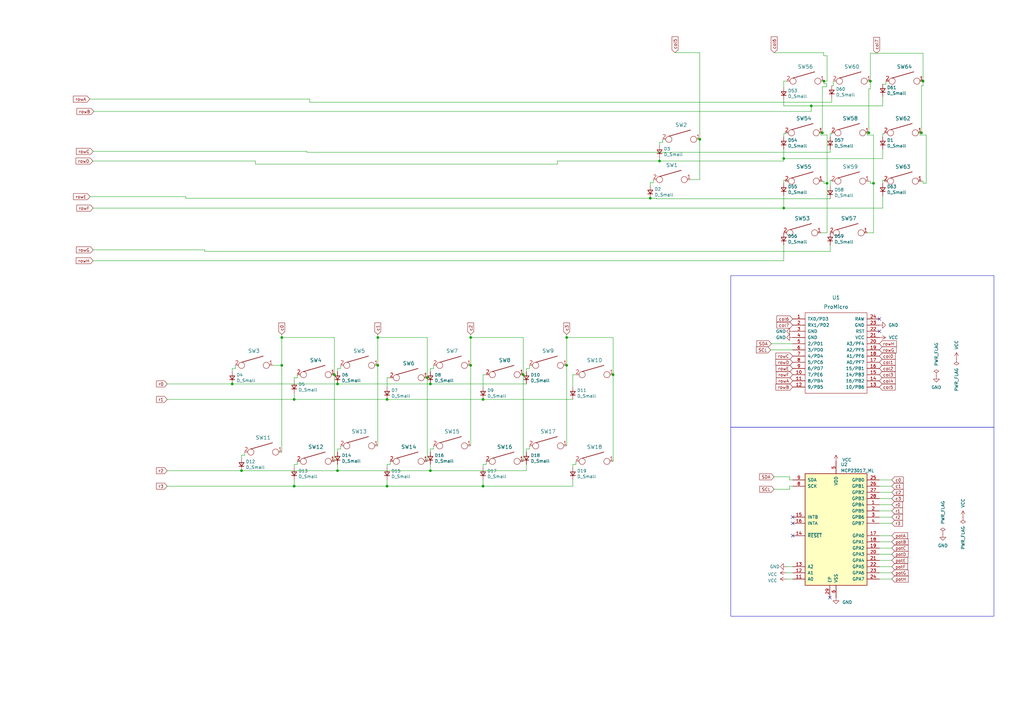
<source format=kicad_sch>
(kicad_sch (version 20230121) (generator eeschema)

  (uuid 6e95e507-f1eb-4f15-9c8c-351adc35a101)

  (paper "A3")

  (lib_symbols
    (symbol "Device:D_Small" (pin_numbers hide) (pin_names (offset 0.254) hide) (in_bom yes) (on_board yes)
      (property "Reference" "D" (at -1.27 2.032 0)
        (effects (font (size 1.27 1.27)) (justify left))
      )
      (property "Value" "D_Small" (at -3.81 -2.032 0)
        (effects (font (size 1.27 1.27)) (justify left))
      )
      (property "Footprint" "" (at 0 0 90)
        (effects (font (size 1.27 1.27)) hide)
      )
      (property "Datasheet" "~" (at 0 0 90)
        (effects (font (size 1.27 1.27)) hide)
      )
      (property "Sim.Device" "D" (at 0 0 0)
        (effects (font (size 1.27 1.27)) hide)
      )
      (property "Sim.Pins" "1=K 2=A" (at 0 0 0)
        (effects (font (size 1.27 1.27)) hide)
      )
      (property "ki_keywords" "diode" (at 0 0 0)
        (effects (font (size 1.27 1.27)) hide)
      )
      (property "ki_description" "Diode, small symbol" (at 0 0 0)
        (effects (font (size 1.27 1.27)) hide)
      )
      (property "ki_fp_filters" "TO-???* *_Diode_* *SingleDiode* D_*" (at 0 0 0)
        (effects (font (size 1.27 1.27)) hide)
      )
      (symbol "D_Small_0_1"
        (polyline
          (pts
            (xy -0.762 -1.016)
            (xy -0.762 1.016)
          )
          (stroke (width 0.254) (type default))
          (fill (type none))
        )
        (polyline
          (pts
            (xy -0.762 0)
            (xy 0.762 0)
          )
          (stroke (width 0) (type default))
          (fill (type none))
        )
        (polyline
          (pts
            (xy 0.762 -1.016)
            (xy -0.762 0)
            (xy 0.762 1.016)
            (xy 0.762 -1.016)
          )
          (stroke (width 0.254) (type default))
          (fill (type none))
        )
      )
      (symbol "D_Small_1_1"
        (pin passive line (at -2.54 0 0) (length 1.778)
          (name "K" (effects (font (size 1.27 1.27))))
          (number "1" (effects (font (size 1.27 1.27))))
        )
        (pin passive line (at 2.54 0 180) (length 1.778)
          (name "A" (effects (font (size 1.27 1.27))))
          (number "2" (effects (font (size 1.27 1.27))))
        )
      )
    )
    (symbol "Interface_Expansion:MCP23017_ML" (pin_names (offset 1.016)) (in_bom yes) (on_board yes)
      (property "Reference" "U" (at -11.43 24.13 0)
        (effects (font (size 1.27 1.27)))
      )
      (property "Value" "MCP23017_ML" (at 0 0 0)
        (effects (font (size 1.27 1.27)))
      )
      (property "Footprint" "Package_DFN_QFN:QFN-28-1EP_6x6mm_P0.65mm_EP4.25x4.25mm" (at 5.08 -25.4 0)
        (effects (font (size 1.27 1.27)) (justify left) hide)
      )
      (property "Datasheet" "http://ww1.microchip.com/downloads/en/DeviceDoc/20001952C.pdf" (at 5.08 -27.94 0)
        (effects (font (size 1.27 1.27)) (justify left) hide)
      )
      (property "ki_keywords" "I2C parallel port expander" (at 0 0 0)
        (effects (font (size 1.27 1.27)) hide)
      )
      (property "ki_description" "16-bit I/O expander, I2C, interrupts, w pull-ups, QFN-28" (at 0 0 0)
        (effects (font (size 1.27 1.27)) hide)
      )
      (property "ki_fp_filters" "QFN*6x6mm*P0.65mm*" (at 0 0 0)
        (effects (font (size 1.27 1.27)) hide)
      )
      (symbol "MCP23017_ML_0_1"
        (rectangle (start -12.7 22.86) (end 12.7 -22.86)
          (stroke (width 0.254) (type default))
          (fill (type background))
        )
      )
      (symbol "MCP23017_ML_1_1"
        (pin bidirectional line (at 17.78 10.16 180) (length 5.08)
          (name "GPB4" (effects (font (size 1.27 1.27))))
          (number "1" (effects (font (size 1.27 1.27))))
        )
        (pin no_connect line (at -12.7 12.7 0) (length 5.08) hide
          (name "NC" (effects (font (size 1.27 1.27))))
          (number "10" (effects (font (size 1.27 1.27))))
        )
        (pin input line (at -17.78 -20.32 0) (length 5.08)
          (name "A0" (effects (font (size 1.27 1.27))))
          (number "11" (effects (font (size 1.27 1.27))))
        )
        (pin input line (at -17.78 -17.78 0) (length 5.08)
          (name "A1" (effects (font (size 1.27 1.27))))
          (number "12" (effects (font (size 1.27 1.27))))
        )
        (pin input line (at -17.78 -15.24 0) (length 5.08)
          (name "A2" (effects (font (size 1.27 1.27))))
          (number "13" (effects (font (size 1.27 1.27))))
        )
        (pin input line (at -17.78 -2.54 0) (length 5.08)
          (name "~{RESET}" (effects (font (size 1.27 1.27))))
          (number "14" (effects (font (size 1.27 1.27))))
        )
        (pin tri_state line (at -17.78 5.08 0) (length 5.08)
          (name "INTB" (effects (font (size 1.27 1.27))))
          (number "15" (effects (font (size 1.27 1.27))))
        )
        (pin tri_state line (at -17.78 2.54 0) (length 5.08)
          (name "INTA" (effects (font (size 1.27 1.27))))
          (number "16" (effects (font (size 1.27 1.27))))
        )
        (pin bidirectional line (at 17.78 -2.54 180) (length 5.08)
          (name "GPA0" (effects (font (size 1.27 1.27))))
          (number "17" (effects (font (size 1.27 1.27))))
        )
        (pin bidirectional line (at 17.78 -5.08 180) (length 5.08)
          (name "GPA1" (effects (font (size 1.27 1.27))))
          (number "18" (effects (font (size 1.27 1.27))))
        )
        (pin bidirectional line (at 17.78 -7.62 180) (length 5.08)
          (name "GPA2" (effects (font (size 1.27 1.27))))
          (number "19" (effects (font (size 1.27 1.27))))
        )
        (pin bidirectional line (at 17.78 7.62 180) (length 5.08)
          (name "GPB5" (effects (font (size 1.27 1.27))))
          (number "2" (effects (font (size 1.27 1.27))))
        )
        (pin bidirectional line (at 17.78 -10.16 180) (length 5.08)
          (name "GPA3" (effects (font (size 1.27 1.27))))
          (number "20" (effects (font (size 1.27 1.27))))
        )
        (pin bidirectional line (at 17.78 -12.7 180) (length 5.08)
          (name "GPA4" (effects (font (size 1.27 1.27))))
          (number "21" (effects (font (size 1.27 1.27))))
        )
        (pin bidirectional line (at 17.78 -15.24 180) (length 5.08)
          (name "GPA5" (effects (font (size 1.27 1.27))))
          (number "22" (effects (font (size 1.27 1.27))))
        )
        (pin bidirectional line (at 17.78 -17.78 180) (length 5.08)
          (name "GPA6" (effects (font (size 1.27 1.27))))
          (number "23" (effects (font (size 1.27 1.27))))
        )
        (pin bidirectional line (at 17.78 -20.32 180) (length 5.08)
          (name "GPA7" (effects (font (size 1.27 1.27))))
          (number "24" (effects (font (size 1.27 1.27))))
        )
        (pin bidirectional line (at 17.78 20.32 180) (length 5.08)
          (name "GPB0" (effects (font (size 1.27 1.27))))
          (number "25" (effects (font (size 1.27 1.27))))
        )
        (pin bidirectional line (at 17.78 17.78 180) (length 5.08)
          (name "GPB1" (effects (font (size 1.27 1.27))))
          (number "26" (effects (font (size 1.27 1.27))))
        )
        (pin bidirectional line (at 17.78 15.24 180) (length 5.08)
          (name "GPB2" (effects (font (size 1.27 1.27))))
          (number "27" (effects (font (size 1.27 1.27))))
        )
        (pin bidirectional line (at 17.78 12.7 180) (length 5.08)
          (name "GPB3" (effects (font (size 1.27 1.27))))
          (number "28" (effects (font (size 1.27 1.27))))
        )
        (pin passive line (at -2.54 -27.94 90) (length 5.08)
          (name "EP" (effects (font (size 1.27 1.27))))
          (number "29" (effects (font (size 1.27 1.27))))
        )
        (pin bidirectional line (at 17.78 5.08 180) (length 5.08)
          (name "GPB6" (effects (font (size 1.27 1.27))))
          (number "3" (effects (font (size 1.27 1.27))))
        )
        (pin bidirectional line (at 17.78 2.54 180) (length 5.08)
          (name "GPB7" (effects (font (size 1.27 1.27))))
          (number "4" (effects (font (size 1.27 1.27))))
        )
        (pin power_in line (at 0 27.94 270) (length 5.08)
          (name "VDD" (effects (font (size 1.27 1.27))))
          (number "5" (effects (font (size 1.27 1.27))))
        )
        (pin power_in line (at 0 -27.94 90) (length 5.08)
          (name "VSS" (effects (font (size 1.27 1.27))))
          (number "6" (effects (font (size 1.27 1.27))))
        )
        (pin no_connect line (at -12.7 15.24 0) (length 5.08) hide
          (name "NC" (effects (font (size 1.27 1.27))))
          (number "7" (effects (font (size 1.27 1.27))))
        )
        (pin input line (at -17.78 17.78 0) (length 5.08)
          (name "SCK" (effects (font (size 1.27 1.27))))
          (number "8" (effects (font (size 1.27 1.27))))
        )
        (pin bidirectional line (at -17.78 20.32 0) (length 5.08)
          (name "SDA" (effects (font (size 1.27 1.27))))
          (number "9" (effects (font (size 1.27 1.27))))
        )
      )
    )
    (symbol "keebio:ProMicro" (pin_names (offset 1.016)) (in_bom yes) (on_board yes)
      (property "Reference" "U" (at 0 0 0)
        (effects (font (size 1.524 1.524)))
      )
      (property "Value" "ProMicro" (at 0 -19.05 0)
        (effects (font (size 1.524 1.524)))
      )
      (property "Footprint" "" (at 26.67 -63.5 90)
        (effects (font (size 1.524 1.524)) hide)
      )
      (property "Datasheet" "" (at 26.67 -63.5 90)
        (effects (font (size 1.524 1.524)) hide)
      )
      (symbol "ProMicro_0_1"
        (rectangle (start -12.7 -16.51) (end 12.7 16.51)
          (stroke (width 0) (type default))
          (fill (type none))
        )
      )
      (symbol "ProMicro_1_1"
        (pin input line (at -17.78 13.97 0) (length 5.08)
          (name "TX0/PD3" (effects (font (size 1.27 1.27))))
          (number "1" (effects (font (size 1.27 1.27))))
        )
        (pin input line (at -17.78 -8.89 0) (length 5.08)
          (name "7/PE6" (effects (font (size 1.27 1.27))))
          (number "10" (effects (font (size 1.27 1.27))))
        )
        (pin input line (at -17.78 -11.43 0) (length 5.08)
          (name "8/PB4" (effects (font (size 1.27 1.27))))
          (number "11" (effects (font (size 1.27 1.27))))
        )
        (pin input line (at -17.78 -13.97 0) (length 5.08)
          (name "9/PB5" (effects (font (size 1.27 1.27))))
          (number "12" (effects (font (size 1.27 1.27))))
        )
        (pin input line (at 17.78 -13.97 180) (length 5.08)
          (name "10/PB6" (effects (font (size 1.27 1.27))))
          (number "13" (effects (font (size 1.27 1.27))))
        )
        (pin input line (at 17.78 -11.43 180) (length 5.08)
          (name "16/PB2" (effects (font (size 1.27 1.27))))
          (number "14" (effects (font (size 1.27 1.27))))
        )
        (pin input line (at 17.78 -8.89 180) (length 5.08)
          (name "14/PB3" (effects (font (size 1.27 1.27))))
          (number "15" (effects (font (size 1.27 1.27))))
        )
        (pin input line (at 17.78 -6.35 180) (length 5.08)
          (name "15/PB1" (effects (font (size 1.27 1.27))))
          (number "16" (effects (font (size 1.27 1.27))))
        )
        (pin input line (at 17.78 -3.81 180) (length 5.08)
          (name "A0/PF7" (effects (font (size 1.27 1.27))))
          (number "17" (effects (font (size 1.27 1.27))))
        )
        (pin input line (at 17.78 -1.27 180) (length 5.08)
          (name "A1/PF6" (effects (font (size 1.27 1.27))))
          (number "18" (effects (font (size 1.27 1.27))))
        )
        (pin input line (at 17.78 1.27 180) (length 5.08)
          (name "A2/PF5" (effects (font (size 1.27 1.27))))
          (number "19" (effects (font (size 1.27 1.27))))
        )
        (pin input line (at -17.78 11.43 0) (length 5.08)
          (name "RX1/PD2" (effects (font (size 1.27 1.27))))
          (number "2" (effects (font (size 1.27 1.27))))
        )
        (pin input line (at 17.78 3.81 180) (length 5.08)
          (name "A3/PF4" (effects (font (size 1.27 1.27))))
          (number "20" (effects (font (size 1.27 1.27))))
        )
        (pin input line (at 17.78 6.35 180) (length 5.08)
          (name "VCC" (effects (font (size 1.27 1.27))))
          (number "21" (effects (font (size 1.27 1.27))))
        )
        (pin input line (at 17.78 8.89 180) (length 5.08)
          (name "RST" (effects (font (size 1.27 1.27))))
          (number "22" (effects (font (size 1.27 1.27))))
        )
        (pin input line (at 17.78 11.43 180) (length 5.08)
          (name "GND" (effects (font (size 1.27 1.27))))
          (number "23" (effects (font (size 1.27 1.27))))
        )
        (pin input line (at 17.78 13.97 180) (length 5.08)
          (name "RAW" (effects (font (size 1.27 1.27))))
          (number "24" (effects (font (size 1.27 1.27))))
        )
        (pin input line (at -17.78 8.89 0) (length 5.08)
          (name "GND" (effects (font (size 1.27 1.27))))
          (number "3" (effects (font (size 1.27 1.27))))
        )
        (pin input line (at -17.78 6.35 0) (length 5.08)
          (name "GND" (effects (font (size 1.27 1.27))))
          (number "4" (effects (font (size 1.27 1.27))))
        )
        (pin input line (at -17.78 3.81 0) (length 5.08)
          (name "2/PD1" (effects (font (size 1.27 1.27))))
          (number "5" (effects (font (size 1.27 1.27))))
        )
        (pin input line (at -17.78 1.27 0) (length 5.08)
          (name "3/PD0" (effects (font (size 1.27 1.27))))
          (number "6" (effects (font (size 1.27 1.27))))
        )
        (pin input line (at -17.78 -1.27 0) (length 5.08)
          (name "4/PD4" (effects (font (size 1.27 1.27))))
          (number "7" (effects (font (size 1.27 1.27))))
        )
        (pin input line (at -17.78 -3.81 0) (length 5.08)
          (name "5/PC6" (effects (font (size 1.27 1.27))))
          (number "8" (effects (font (size 1.27 1.27))))
        )
        (pin input line (at -17.78 -6.35 0) (length 5.08)
          (name "6/PD7" (effects (font (size 1.27 1.27))))
          (number "9" (effects (font (size 1.27 1.27))))
        )
      )
    )
    (symbol "keyboard_parts:KEYSW" (pin_names (offset 1.016)) (in_bom yes) (on_board yes)
      (property "Reference" "K?" (at -1.27 0 0)
        (effects (font (size 1.524 1.524)))
      )
      (property "Value" "KEYSW" (at 0 -2.54 0)
        (effects (font (size 1.524 1.524)) hide)
      )
      (property "Footprint" "" (at 0 0 0)
        (effects (font (size 1.524 1.524)))
      )
      (property "Datasheet" "" (at 0 0 0)
        (effects (font (size 1.524 1.524)))
      )
      (symbol "KEYSW_0_1"
        (circle (center -5.08 0) (radius 1.27)
          (stroke (width 0) (type default))
          (fill (type none))
        )
        (polyline
          (pts
            (xy -5.08 1.27)
            (xy 3.81 3.81)
          )
          (stroke (width 0.254) (type default))
          (fill (type none))
        )
        (circle (center 5.08 0) (radius 1.27)
          (stroke (width 0) (type default))
          (fill (type none))
        )
      )
      (symbol "KEYSW_1_1"
        (pin passive line (at 7.62 0 180) (length 1.27)
          (name "~" (effects (font (size 1.524 1.524))))
          (number "1" (effects (font (size 1.524 1.524))))
        )
        (pin passive line (at -7.62 0 0) (length 1.27)
          (name "~" (effects (font (size 1.524 1.524))))
          (number "2" (effects (font (size 1.524 1.524))))
        )
      )
    )
    (symbol "power:GND" (power) (pin_names (offset 0)) (in_bom yes) (on_board yes)
      (property "Reference" "#PWR" (at 0 -6.35 0)
        (effects (font (size 1.27 1.27)) hide)
      )
      (property "Value" "GND" (at 0 -3.81 0)
        (effects (font (size 1.27 1.27)))
      )
      (property "Footprint" "" (at 0 0 0)
        (effects (font (size 1.27 1.27)) hide)
      )
      (property "Datasheet" "" (at 0 0 0)
        (effects (font (size 1.27 1.27)) hide)
      )
      (property "ki_keywords" "power-flag" (at 0 0 0)
        (effects (font (size 1.27 1.27)) hide)
      )
      (property "ki_description" "Power symbol creates a global label with name \"GND\" , ground" (at 0 0 0)
        (effects (font (size 1.27 1.27)) hide)
      )
      (symbol "GND_0_1"
        (polyline
          (pts
            (xy 0 0)
            (xy 0 -1.27)
            (xy 1.27 -1.27)
            (xy 0 -2.54)
            (xy -1.27 -1.27)
            (xy 0 -1.27)
          )
          (stroke (width 0) (type default))
          (fill (type none))
        )
      )
      (symbol "GND_1_1"
        (pin power_in line (at 0 0 270) (length 0) hide
          (name "GND" (effects (font (size 1.27 1.27))))
          (number "1" (effects (font (size 1.27 1.27))))
        )
      )
    )
    (symbol "power:PWR_FLAG" (power) (pin_numbers hide) (pin_names (offset 0) hide) (in_bom yes) (on_board yes)
      (property "Reference" "#FLG" (at 0 1.905 0)
        (effects (font (size 1.27 1.27)) hide)
      )
      (property "Value" "PWR_FLAG" (at 0 3.81 0)
        (effects (font (size 1.27 1.27)))
      )
      (property "Footprint" "" (at 0 0 0)
        (effects (font (size 1.27 1.27)) hide)
      )
      (property "Datasheet" "~" (at 0 0 0)
        (effects (font (size 1.27 1.27)) hide)
      )
      (property "ki_keywords" "power-flag" (at 0 0 0)
        (effects (font (size 1.27 1.27)) hide)
      )
      (property "ki_description" "Special symbol for telling ERC where power comes from" (at 0 0 0)
        (effects (font (size 1.27 1.27)) hide)
      )
      (symbol "PWR_FLAG_0_0"
        (pin power_out line (at 0 0 90) (length 0)
          (name "pwr" (effects (font (size 1.27 1.27))))
          (number "1" (effects (font (size 1.27 1.27))))
        )
      )
      (symbol "PWR_FLAG_0_1"
        (polyline
          (pts
            (xy 0 0)
            (xy 0 1.27)
            (xy -1.016 1.905)
            (xy 0 2.54)
            (xy 1.016 1.905)
            (xy 0 1.27)
          )
          (stroke (width 0) (type default))
          (fill (type none))
        )
      )
    )
    (symbol "power:VCC" (power) (pin_names (offset 0)) (in_bom yes) (on_board yes)
      (property "Reference" "#PWR" (at 0 -3.81 0)
        (effects (font (size 1.27 1.27)) hide)
      )
      (property "Value" "VCC" (at 0 3.81 0)
        (effects (font (size 1.27 1.27)))
      )
      (property "Footprint" "" (at 0 0 0)
        (effects (font (size 1.27 1.27)) hide)
      )
      (property "Datasheet" "" (at 0 0 0)
        (effects (font (size 1.27 1.27)) hide)
      )
      (property "ki_keywords" "power-flag" (at 0 0 0)
        (effects (font (size 1.27 1.27)) hide)
      )
      (property "ki_description" "Power symbol creates a global label with name \"VCC\"" (at 0 0 0)
        (effects (font (size 1.27 1.27)) hide)
      )
      (symbol "VCC_0_1"
        (polyline
          (pts
            (xy -0.762 1.27)
            (xy 0 2.54)
          )
          (stroke (width 0) (type default))
          (fill (type none))
        )
        (polyline
          (pts
            (xy 0 0)
            (xy 0 2.54)
          )
          (stroke (width 0) (type default))
          (fill (type none))
        )
        (polyline
          (pts
            (xy 0 2.54)
            (xy 0.762 1.27)
          )
          (stroke (width 0) (type default))
          (fill (type none))
        )
      )
      (symbol "VCC_1_1"
        (pin power_in line (at 0 0 90) (length 0) hide
          (name "VCC" (effects (font (size 1.27 1.27))))
          (number "1" (effects (font (size 1.27 1.27))))
        )
      )
    )
  )

  (junction (at 356.362 54.483) (diameter 0) (color 0 0 0 0)
    (uuid 04caf060-2000-4f2b-bdb8-41c95335472a)
  )
  (junction (at 193.04 149.86) (diameter 0) (color 0 0 0 0)
    (uuid 10a65d1c-4d1f-4224-a9e6-45822638b912)
  )
  (junction (at 193.04 138.43) (diameter 0) (color 0 0 0 0)
    (uuid 17a83e6a-ad32-42e1-b3f3-4ce34082f1b9)
  )
  (junction (at 176.53 157.48) (diameter 0) (color 0 0 0 0)
    (uuid 2ef05e56-2f34-4b4b-a94b-bc748d32daf6)
  )
  (junction (at 120.65 199.39) (diameter 0) (color 0 0 0 0)
    (uuid 3939f72f-0f7b-4e3b-b505-e46d26cea604)
  )
  (junction (at 339.217 75.184) (diameter 0) (color 0 0 0 0)
    (uuid 40532749-43cb-4aa4-8741-959cb8e3237c)
  )
  (junction (at 154.94 149.86) (diameter 0) (color 0 0 0 0)
    (uuid 479bc837-f725-4d29-bd54-4f661f2549ca)
  )
  (junction (at 115.57 138.43) (diameter 0) (color 0 0 0 0)
    (uuid 490ddfd3-e706-40b5-817f-4d9722b7484a)
  )
  (junction (at 198.12 163.83) (diameter 0) (color 0 0 0 0)
    (uuid 49c42426-94aa-4ec2-8613-8b62b230cfd5)
  )
  (junction (at 99.06 193.04) (diameter 0) (color 0 0 0 0)
    (uuid 4b4d005a-b27c-46c9-a23c-9357848a7406)
  )
  (junction (at 232.41 138.43) (diameter 0) (color 0 0 0 0)
    (uuid 4e5ac752-1e04-4715-bf75-65a157eb6228)
  )
  (junction (at 287.02 57.15) (diameter 0) (color 0 0 0 0)
    (uuid 595664a9-38c3-4f96-8ec7-ab3a14e4fc50)
  )
  (junction (at 232.41 149.86) (diameter 0) (color 0 0 0 0)
    (uuid 5d18f3fa-99af-4bdd-9493-0540e01b9bb9)
  )
  (junction (at 214.63 153.67) (diameter 0) (color 0 0 0 0)
    (uuid 624a5da7-f744-482e-bc8e-0e3f9aba556c)
  )
  (junction (at 95.25 157.48) (diameter 0) (color 0 0 0 0)
    (uuid 70768308-3342-4ef5-a828-dc7835af861a)
  )
  (junction (at 337.947 33.274) (diameter 0) (color 0 0 0 0)
    (uuid 78e6f80f-7c68-496f-ab7a-e8d0fe1f140b)
  )
  (junction (at 158.75 163.83) (diameter 0) (color 0 0 0 0)
    (uuid 86ebcb8e-1937-4cac-9d2d-49b0200f41ad)
  )
  (junction (at 332.74 43.434) (diameter 0) (color 0 0 0 0)
    (uuid 8a532d3c-70e4-4713-b6ff-5d1fbb9675e6)
  )
  (junction (at 321.437 85.344) (diameter 0) (color 0 0 0 0)
    (uuid 8d00fb96-bde8-45a7-b89c-2712b3a748db)
  )
  (junction (at 115.57 149.86) (diameter 0) (color 0 0 0 0)
    (uuid 93019a11-d309-4297-88c9-114d18bceaaa)
  )
  (junction (at 358.267 75.184) (diameter 0) (color 0 0 0 0)
    (uuid 9c98b4e8-03dc-43f3-a1ab-c45c6530b206)
  )
  (junction (at 175.26 154.94) (diameter 0) (color 0 0 0 0)
    (uuid a3b84c42-0830-4c98-acbc-bad4d55f8314)
  )
  (junction (at 154.94 138.43) (diameter 0) (color 0 0 0 0)
    (uuid a61b5ffa-bbe5-4411-b019-4eddd4425856)
  )
  (junction (at 356.997 33.274) (diameter 0) (color 0 0 0 0)
    (uuid a75bbfb8-c323-4c15-b084-12055e9f7c16)
  )
  (junction (at 270.51 66.04) (diameter 0) (color 0 0 0 0)
    (uuid ab77181b-c6a2-4b58-a106-c3850a5b2723)
  )
  (junction (at 176.53 193.04) (diameter 0) (color 0 0 0 0)
    (uuid b571fedd-0c0a-4157-a0ff-258edea32a2a)
  )
  (junction (at 251.46 153.67) (diameter 0) (color 0 0 0 0)
    (uuid b912147e-5359-4f96-8dec-595bef39e364)
  )
  (junction (at 138.43 157.48) (diameter 0) (color 0 0 0 0)
    (uuid bb596a3f-0406-4598-9f0c-0a7dde9c6151)
  )
  (junction (at 198.12 199.39) (diameter 0) (color 0 0 0 0)
    (uuid c0492478-c8ce-46c9-b3d1-2c635e617b17)
  )
  (junction (at 120.65 163.83) (diameter 0) (color 0 0 0 0)
    (uuid c6e747aa-ba67-4a44-a57d-ad5732b4c2fb)
  )
  (junction (at 321.437 65.024) (diameter 0) (color 0 0 0 0)
    (uuid d79d0ccf-eba7-499b-af1f-9350ce846d77)
  )
  (junction (at 266.7 81.28) (diameter 0) (color 0 0 0 0)
    (uuid d846aa39-425d-4b62-9bed-9abfbc26e8e1)
  )
  (junction (at 158.75 199.39) (diameter 0) (color 0 0 0 0)
    (uuid e3d741dc-2c8e-483c-af7c-4f7188dffebb)
  )
  (junction (at 337.312 54.483) (diameter 0) (color 0 0 0 0)
    (uuid e3ef659d-5adf-424f-ac45-799ae8c8bca5)
  )
  (junction (at 377.952 54.483) (diameter 0) (color 0 0 0 0)
    (uuid e48cd1b3-81d5-4a7a-ac57-c360bb2c9ea8)
  )
  (junction (at 378.587 33.274) (diameter 0) (color 0 0 0 0)
    (uuid e867151a-7e67-4b7d-b707-40f2d861b8a9)
  )
  (junction (at 137.16 153.67) (diameter 0) (color 0 0 0 0)
    (uuid f2797274-40e8-406d-869c-ba4320ee1a14)
  )
  (junction (at 138.43 193.04) (diameter 0) (color 0 0 0 0)
    (uuid fc491862-d189-4bd4-94a5-f2d7e1794cfd)
  )

  (no_connect (at 325.12 214.63) (uuid 4914a50f-5077-409b-8f84-f7866f9f8aaa))
  (no_connect (at 360.68 130.81) (uuid 57ff1f19-1843-4595-be79-90356973ebe3))
  (no_connect (at 325.12 212.09) (uuid 5914f8c8-dcab-48be-b6b1-891d5f7ea96d))
  (no_connect (at 340.36 245.11) (uuid 70b127a3-eef0-4838-b771-05111efc6530))
  (no_connect (at 325.12 219.71) (uuid 7bb2a089-f52b-4b98-bb31-03040196cb8a))
  (no_connect (at 360.68 135.89) (uuid d7fa523f-71f5-4bb7-862e-933803564a39))

  (wire (pts (xy 228.6 66.04) (xy 228.6 67.31))
    (stroke (width 0) (type default))
    (uuid 0044a8ea-e9dd-401a-b6c6-cd8b4a2c1741)
  )
  (wire (pts (xy 332.74 45.72) (xy 332.74 43.434))
    (stroke (width 0) (type default))
    (uuid 043ee90a-8e08-4b36-8dc6-4b9a6f874c47)
  )
  (wire (pts (xy 232.41 149.86) (xy 232.41 138.43))
    (stroke (width 0) (type default))
    (uuid 04b2bd1d-61c6-4217-b819-530efbb9be4b)
  )
  (wire (pts (xy 377.317 55.372) (xy 377.317 54.483))
    (stroke (width 0) (type default))
    (uuid 053353d9-5c93-457b-a355-39b5b0926631)
  )
  (wire (pts (xy 121.92 154.94) (xy 120.65 154.94))
    (stroke (width 0) (type default))
    (uuid 06d45371-dfe2-4916-a605-e518e12e7f5b)
  )
  (wire (pts (xy 322.58 234.95) (xy 325.12 234.95))
    (stroke (width 0) (type default))
    (uuid 0a4bc410-1576-4175-b366-cfb20918fbf1)
  )
  (wire (pts (xy 336.677 54.483) (xy 337.312 54.483))
    (stroke (width 0) (type default))
    (uuid 0b0b16ff-64d6-4c9a-84cc-46aa1fa930f7)
  )
  (wire (pts (xy 120.65 196.85) (xy 120.65 199.39))
    (stroke (width 0) (type default))
    (uuid 0b3b1512-6f8f-42a8-9fd5-5025cbb12084)
  )
  (wire (pts (xy 356.997 33.274) (xy 356.997 21.844))
    (stroke (width 0) (type default))
    (uuid 0c95f8e3-2f09-4f23-9455-68a6e021dcd7)
  )
  (wire (pts (xy 198.12 190.5) (xy 198.12 191.77))
    (stroke (width 0) (type default))
    (uuid 103d173d-eb47-43b2-af47-2f557825a5a7)
  )
  (wire (pts (xy 341.122 54.864) (xy 341.122 54.483))
    (stroke (width 0) (type default))
    (uuid 10e98b8c-8446-4ce4-a4ce-a31ca3fae203)
  )
  (wire (pts (xy 360.68 199.39) (xy 365.76 199.39))
    (stroke (width 0) (type default))
    (uuid 126b43aa-ff26-4f3f-96b9-3982f53f4c9c)
  )
  (wire (pts (xy 321.437 65.024) (xy 362.077 65.024))
    (stroke (width 0) (type default))
    (uuid 13c72a44-c9c4-4f3e-a4b4-cd8980108e59)
  )
  (wire (pts (xy 199.39 190.5) (xy 199.39 189.23))
    (stroke (width 0) (type default))
    (uuid 148d77d8-0e57-41b1-9d5e-235aadba72c6)
  )
  (wire (pts (xy 321.437 33.274) (xy 321.437 35.814))
    (stroke (width 0) (type default))
    (uuid 149cdf04-7dce-4a6c-a301-fe4af887cf05)
  )
  (wire (pts (xy 379.857 55.372) (xy 379.857 75.184))
    (stroke (width 0) (type default))
    (uuid 149e5980-fb46-419c-ab45-5740a086b656)
  )
  (wire (pts (xy 360.68 207.01) (xy 365.76 207.01))
    (stroke (width 0) (type default))
    (uuid 14bd72b3-1a5c-4b84-9de5-c3783e299c62)
  )
  (wire (pts (xy 321.437 85.344) (xy 321.437 80.264))
    (stroke (width 0) (type default))
    (uuid 177ca69d-8e63-4f2f-b741-a82c0157e183)
  )
  (wire (pts (xy 321.437 54.864) (xy 322.072 54.864))
    (stroke (width 0) (type default))
    (uuid 1891e098-88f2-460c-b797-b49db80e7d18)
  )
  (wire (pts (xy 339.217 75.184) (xy 337.947 75.184))
    (stroke (width 0) (type default))
    (uuid 199c8615-12db-4b22-9f87-4ac87f9e1074)
  )
  (wire (pts (xy 355.727 54.483) (xy 356.362 54.483))
    (stroke (width 0) (type default))
    (uuid 1a4ee327-a050-4d07-91d4-12911e5b2e23)
  )
  (wire (pts (xy 340.487 103.124) (xy 340.487 100.584))
    (stroke (width 0) (type default))
    (uuid 1c8d5c7b-7ff7-41d0-9fdb-14a8fddd76c4)
  )
  (wire (pts (xy 341.122 41.91) (xy 341.122 40.259))
    (stroke (width 0) (type default))
    (uuid 1c9b4d1f-6003-4df3-a574-7f6e2719e9cb)
  )
  (wire (pts (xy 377.952 35.179) (xy 377.952 54.483))
    (stroke (width 0) (type default))
    (uuid 1d674111-d3ed-4a35-b84c-526c0f625059)
  )
  (wire (pts (xy 360.68 219.71) (xy 365.76 219.71))
    (stroke (width 0) (type default))
    (uuid 1e5078a6-c0ec-4fc1-9b0e-53ebb51bf24c)
  )
  (wire (pts (xy 363.347 34.544) (xy 363.347 33.274))
    (stroke (width 0) (type default))
    (uuid 1e5d57ce-9388-4401-b036-6a63bc835ae3)
  )
  (wire (pts (xy 36.83 40.64) (xy 127 40.64))
    (stroke (width 0) (type default))
    (uuid 1f16d7ef-590a-4a62-8a18-3bf871455280)
  )
  (wire (pts (xy 160.02 190.5) (xy 160.02 189.23))
    (stroke (width 0) (type default))
    (uuid 1f39804d-0777-420f-b526-e5040cd041a0)
  )
  (wire (pts (xy 378.587 35.179) (xy 377.952 35.179))
    (stroke (width 0) (type default))
    (uuid 206a225b-809f-46e3-9eec-24ac7065cbc5)
  )
  (wire (pts (xy 175.26 154.94) (xy 175.26 189.23))
    (stroke (width 0) (type default))
    (uuid 206f2e43-f138-414e-b270-e13fcc049f1e)
  )
  (wire (pts (xy 362.077 54.864) (xy 362.077 56.134))
    (stroke (width 0) (type default))
    (uuid 217381f6-3219-41f9-aa97-1b880cc9aa6b)
  )
  (wire (pts (xy 217.17 151.13) (xy 215.9 151.13))
    (stroke (width 0) (type default))
    (uuid 225766d6-18d2-4401-be56-ce61ec33e9d8)
  )
  (wire (pts (xy 358.267 55.372) (xy 358.267 75.184))
    (stroke (width 0) (type default))
    (uuid 22d8c94a-7280-4a41-a45b-dff42f9680d3)
  )
  (wire (pts (xy 355.727 55.372) (xy 355.727 54.483))
    (stroke (width 0) (type default))
    (uuid 24adb921-2820-4057-87f5-8d8d72058f7d)
  )
  (wire (pts (xy 269.24 81.534) (xy 340.487 81.534))
    (stroke (width 0) (type default))
    (uuid 24fdffcf-1c26-4925-b564-2ed79ba7fe6a)
  )
  (wire (pts (xy 316.357 140.97) (xy 325.12 140.97))
    (stroke (width 0) (type default))
    (uuid 257d77c9-2ae6-4bab-9809-c75ba5fbbaa6)
  )
  (wire (pts (xy 68.58 163.83) (xy 120.65 163.83))
    (stroke (width 0) (type default))
    (uuid 27ac9e6f-7830-4273-a0d7-017d356188ee)
  )
  (wire (pts (xy 154.94 149.86) (xy 154.94 182.88))
    (stroke (width 0) (type default))
    (uuid 2ad5a52c-a8aa-4862-a321-e890fc2ea745)
  )
  (wire (pts (xy 198.12 199.39) (xy 234.95 199.39))
    (stroke (width 0) (type default))
    (uuid 2b1db07c-8c4d-4d1e-8bed-3754d5e4c633)
  )
  (wire (pts (xy 339.217 22.86) (xy 339.217 33.274))
    (stroke (width 0) (type default))
    (uuid 2bdab045-7474-4e93-91d7-33608b1d913c)
  )
  (wire (pts (xy 270.51 58.42) (xy 270.51 59.69))
    (stroke (width 0) (type default))
    (uuid 2d33aa87-608b-4779-a8c1-88173873eeb1)
  )
  (wire (pts (xy 38.227 102.489) (xy 83.947 102.489))
    (stroke (width 0) (type default))
    (uuid 2df147db-8137-43fd-a7e9-24146cbb747e)
  )
  (wire (pts (xy 321.437 73.914) (xy 321.437 75.184))
    (stroke (width 0) (type default))
    (uuid 30b12f1d-8753-428e-96a7-790e7333408b)
  )
  (wire (pts (xy 356.362 36.449) (xy 356.362 54.483))
    (stroke (width 0) (type default))
    (uuid 32aa3c08-26f3-4262-b9fd-7fe7f6604a89)
  )
  (wire (pts (xy 199.39 190.5) (xy 198.12 190.5))
    (stroke (width 0) (type default))
    (uuid 32d2b4f3-04e9-4c4d-afd9-996354fe7c7d)
  )
  (wire (pts (xy 177.8 184.15) (xy 176.53 184.15))
    (stroke (width 0) (type default))
    (uuid 33052fcf-9573-4d97-85a9-66a7aee10663)
  )
  (wire (pts (xy 198.12 153.67) (xy 199.39 153.67))
    (stroke (width 0) (type default))
    (uuid 3317e55d-909b-49d0-b3b0-cd5e2b8481cd)
  )
  (wire (pts (xy 251.46 153.67) (xy 251.46 189.23))
    (stroke (width 0) (type default))
    (uuid 333bedcd-9a06-41cf-9a8a-23200d00f0c1)
  )
  (wire (pts (xy 317.5 200.66) (xy 323.85 200.66))
    (stroke (width 0) (type default))
    (uuid 338e88e0-83c8-45fc-8258-bc0c7aa0f812)
  )
  (wire (pts (xy 336.677 55.372) (xy 336.677 54.483))
    (stroke (width 0) (type default))
    (uuid 34bea1d8-a622-4b2e-85af-951f274cbb5e)
  )
  (wire (pts (xy 270.51 64.77) (xy 270.51 66.04))
    (stroke (width 0) (type default))
    (uuid 3572d37e-53b8-4169-b82e-61fc6914d841)
  )
  (wire (pts (xy 356.997 74.295) (xy 356.362 74.295))
    (stroke (width 0) (type default))
    (uuid 3592ab2b-7ea6-466f-8f26-47e558be754c)
  )
  (wire (pts (xy 321.437 54.864) (xy 321.437 56.134))
    (stroke (width 0) (type default))
    (uuid 367db7a2-af98-4da7-817c-a5f7ca2c58fd)
  )
  (wire (pts (xy 38.1 66.04) (xy 104.775 66.04))
    (stroke (width 0) (type default))
    (uuid 384b4dcf-f6fd-4a45-9927-c2486b247e7a)
  )
  (wire (pts (xy 115.57 138.43) (xy 115.57 149.86))
    (stroke (width 0) (type default))
    (uuid 3855aec8-51c4-4d71-a0c8-43f76ff5cc9a)
  )
  (wire (pts (xy 120.65 199.39) (xy 158.75 199.39))
    (stroke (width 0) (type default))
    (uuid 39320bba-76f7-4c42-91ad-a1c109bbb502)
  )
  (wire (pts (xy 379.857 55.372) (xy 377.317 55.372))
    (stroke (width 0) (type default))
    (uuid 3949762b-5811-4f05-9c3b-31d28ea4a94e)
  )
  (wire (pts (xy 377.317 54.483) (xy 377.952 54.483))
    (stroke (width 0) (type default))
    (uuid 3aa08b0b-6bf9-4358-9f0b-99a3b7935fc4)
  )
  (wire (pts (xy 360.68 234.95) (xy 365.76 234.95))
    (stroke (width 0) (type default))
    (uuid 3b63bb90-dace-4536-91e5-03ec52030e0a)
  )
  (wire (pts (xy 340.487 73.914) (xy 340.487 76.454))
    (stroke (width 0) (type default))
    (uuid 3cafc14b-9e9c-4c04-9550-a03ac558a21a)
  )
  (wire (pts (xy 95.25 151.13) (xy 95.25 152.4))
    (stroke (width 0) (type default))
    (uuid 3cef2860-3319-4871-8b14-812609edcd20)
  )
  (wire (pts (xy 83.947 103.124) (xy 340.487 103.124))
    (stroke (width 0) (type default))
    (uuid 3d093d6e-756a-43ac-bc50-b5c8ff6557e9)
  )
  (wire (pts (xy 271.78 58.42) (xy 270.51 58.42))
    (stroke (width 0) (type default))
    (uuid 3f553e32-561e-42c5-920d-073c8fa3dae7)
  )
  (wire (pts (xy 358.267 95.504) (xy 358.267 75.184))
    (stroke (width 0) (type default))
    (uuid 41e1cbcf-6503-4cfb-9994-e17323cb5d98)
  )
  (wire (pts (xy 158.75 154.94) (xy 160.02 154.94))
    (stroke (width 0) (type default))
    (uuid 431ced26-9746-48f5-8d9a-b515d14175d3)
  )
  (wire (pts (xy 356.997 75.184) (xy 356.997 74.295))
    (stroke (width 0) (type default))
    (uuid 43fbeda2-db89-4a8e-9cee-4b7c6d32d36f)
  )
  (wire (pts (xy 100.33 186.69) (xy 100.33 185.42))
    (stroke (width 0) (type default))
    (uuid 454a4780-9c69-47bc-ac3d-99c02b69860e)
  )
  (wire (pts (xy 176.53 184.15) (xy 176.53 185.42))
    (stroke (width 0) (type default))
    (uuid 456aa264-1afa-417b-8279-87b172a7307e)
  )
  (wire (pts (xy 269.24 81.28) (xy 269.24 81.534))
    (stroke (width 0) (type default))
    (uuid 45d62c36-847e-49d1-87e1-226ace899b3f)
  )
  (wire (pts (xy 267.97 74.93) (xy 267.97 73.66))
    (stroke (width 0) (type default))
    (uuid 47afa841-c1c0-4b2d-a762-578a3a6184f6)
  )
  (wire (pts (xy 337.947 34.29) (xy 337.947 33.274))
    (stroke (width 0) (type default))
    (uuid 4a7e84d9-e658-43d0-ab71-74637bea473a)
  )
  (wire (pts (xy 317.5 21.59) (xy 337.82 21.59))
    (stroke (width 0) (type default))
    (uuid 4fac0d33-9c1e-4e51-8dd7-5a64227be50c)
  )
  (wire (pts (xy 104.775 67.31) (xy 228.6 67.31))
    (stroke (width 0) (type default))
    (uuid 507d124e-51c1-4e0a-9d59-8a6346c212f0)
  )
  (wire (pts (xy 214.63 153.67) (xy 214.63 138.43))
    (stroke (width 0) (type default))
    (uuid 512ffb8e-15d3-482c-ac58-d57b770d0358)
  )
  (wire (pts (xy 360.68 201.93) (xy 365.76 201.93))
    (stroke (width 0) (type default))
    (uuid 51ac4cbd-7581-4537-90ec-c051161ecaad)
  )
  (wire (pts (xy 217.17 151.13) (xy 217.17 149.86))
    (stroke (width 0) (type default))
    (uuid 51e8ce80-6611-479d-a6d1-83a658bb9cf9)
  )
  (wire (pts (xy 287.02 21.59) (xy 287.02 57.15))
    (stroke (width 0) (type default))
    (uuid 5368bfed-95ca-4083-9b4e-42f263ee4d66)
  )
  (wire (pts (xy 137.16 138.43) (xy 115.57 138.43))
    (stroke (width 0) (type default))
    (uuid 53885257-150c-4a19-ab8f-7f78676d2307)
  )
  (wire (pts (xy 337.312 35.56) (xy 337.312 54.483))
    (stroke (width 0) (type default))
    (uuid 538ed551-18df-409a-bc98-8bf88981736e)
  )
  (wire (pts (xy 360.68 209.55) (xy 365.76 209.55))
    (stroke (width 0) (type default))
    (uuid 53eff18c-b5b3-4f4f-8a57-3d08ad7d9f96)
  )
  (wire (pts (xy 176.53 157.48) (xy 215.9 157.48))
    (stroke (width 0) (type default))
    (uuid 542a390a-e593-4af2-abcf-e6c2270d4c75)
  )
  (wire (pts (xy 115.57 137.16) (xy 115.57 138.43))
    (stroke (width 0) (type default))
    (uuid 54e7de1c-ed5d-4334-a622-66f01fbfd2fb)
  )
  (wire (pts (xy 340.487 54.864) (xy 340.487 56.134))
    (stroke (width 0) (type default))
    (uuid 55cbb184-14fd-4d65-be3a-0789c365a726)
  )
  (wire (pts (xy 38.227 85.344) (xy 321.437 85.344))
    (stroke (width 0) (type default))
    (uuid 55dea2f1-69a4-44b6-b94a-1b86052ab72d)
  )
  (wire (pts (xy 198.12 163.83) (xy 234.95 163.83))
    (stroke (width 0) (type default))
    (uuid 560d2e6b-3e79-44d4-9106-6c653c80dcb6)
  )
  (wire (pts (xy 360.68 212.09) (xy 365.76 212.09))
    (stroke (width 0) (type default))
    (uuid 563fdd7d-a344-47d4-815a-7fb6f6bb34fc)
  )
  (wire (pts (xy 193.04 137.16) (xy 193.04 138.43))
    (stroke (width 0) (type default))
    (uuid 56e0739f-f679-49b9-9ae7-85d322430007)
  )
  (wire (pts (xy 104.775 67.31) (xy 104.775 66.04))
    (stroke (width 0) (type default))
    (uuid 5702a769-d89b-4fe6-a273-e6fae49b3790)
  )
  (wire (pts (xy 378.587 33.274) (xy 378.587 35.179))
    (stroke (width 0) (type default))
    (uuid 58ffaddc-9880-4a37-af59-c471ba05b799)
  )
  (wire (pts (xy 76.2 81.28) (xy 76.2 80.645))
    (stroke (width 0) (type default))
    (uuid 595e2a50-0dc8-4c4e-aae9-16731c2ec612)
  )
  (wire (pts (xy 215.9 184.15) (xy 215.9 185.42))
    (stroke (width 0) (type default))
    (uuid 59808755-e0bf-4832-9f7e-70f96d1b2893)
  )
  (wire (pts (xy 176.53 151.13) (xy 176.53 152.4))
    (stroke (width 0) (type default))
    (uuid 59ac1f84-df78-41b5-9d7b-a3cc3f63d43a)
  )
  (wire (pts (xy 158.75 163.83) (xy 198.12 163.83))
    (stroke (width 0) (type default))
    (uuid 59d18311-c23f-45b4-a6a1-4f109dc81eda)
  )
  (wire (pts (xy 158.75 154.94) (xy 158.75 158.75))
    (stroke (width 0) (type default))
    (uuid 5ff95d57-b90a-42b8-98f4-9713a52e8ed9)
  )
  (wire (pts (xy 36.957 80.645) (xy 76.2 80.645))
    (stroke (width 0) (type default))
    (uuid 605594aa-dcb5-46ec-8d1a-e1adbc8a8a74)
  )
  (wire (pts (xy 232.41 182.88) (xy 232.41 149.86))
    (stroke (width 0) (type default))
    (uuid 61376c5b-9437-4b33-8001-55ea294cc19c)
  )
  (wire (pts (xy 270.51 66.04) (xy 321.437 66.04))
    (stroke (width 0) (type default))
    (uuid 61b801be-73ab-426c-b141-a93fe71584c9)
  )
  (wire (pts (xy 358.267 55.372) (xy 355.727 55.372))
    (stroke (width 0) (type default))
    (uuid 6232fca4-c360-45da-b66a-d814817cf6a6)
  )
  (wire (pts (xy 176.53 193.04) (xy 215.9 193.04))
    (stroke (width 0) (type default))
    (uuid 6249a49f-9f1b-4e3e-8cc5-4d4be726fa1b)
  )
  (wire (pts (xy 214.63 153.67) (xy 214.63 189.23))
    (stroke (width 0) (type default))
    (uuid 62a4153d-d896-41fa-822b-ee7d1866cc47)
  )
  (wire (pts (xy 341.757 35.179) (xy 341.122 35.179))
    (stroke (width 0) (type default))
    (uuid 62ad27d2-3559-4cea-9adc-ac5f4109d0e0)
  )
  (wire (pts (xy 68.58 157.48) (xy 95.25 157.48))
    (stroke (width 0) (type default))
    (uuid 63e91650-3f43-4112-a7d5-d511462b2cf1)
  )
  (wire (pts (xy 236.22 190.5) (xy 234.95 190.5))
    (stroke (width 0) (type default))
    (uuid 64cf3ef3-e871-42d7-bc38-9cd5f366a01b)
  )
  (wire (pts (xy 139.7 184.15) (xy 138.43 184.15))
    (stroke (width 0) (type default))
    (uuid 659d29eb-17ea-4f58-bbda-c7cf2defae18)
  )
  (wire (pts (xy 175.26 154.94) (xy 175.26 138.43))
    (stroke (width 0) (type default))
    (uuid 678fcf50-c669-44cf-a65e-aa0c79029026)
  )
  (wire (pts (xy 177.8 151.13) (xy 177.8 149.86))
    (stroke (width 0) (type default))
    (uuid 67b33c72-b2ad-4afa-9132-16b22a9be513)
  )
  (wire (pts (xy 214.63 138.43) (xy 193.04 138.43))
    (stroke (width 0) (type default))
    (uuid 688c62e6-cb4a-4d06-8132-f6f760d9c1ef)
  )
  (wire (pts (xy 83.947 103.124) (xy 83.947 102.489))
    (stroke (width 0) (type default))
    (uuid 68cf3641-5ee2-48a2-8f30-2ec2bb0df1d2)
  )
  (wire (pts (xy 362.077 73.914) (xy 362.077 75.184))
    (stroke (width 0) (type default))
    (uuid 6bb293b7-676c-4ee4-8fd8-4bbe232fee0e)
  )
  (wire (pts (xy 321.437 85.344) (xy 362.077 85.344))
    (stroke (width 0) (type default))
    (uuid 6c59644d-f8d6-442f-93e6-cc806c1a731f)
  )
  (wire (pts (xy 362.077 85.344) (xy 362.077 80.264))
    (stroke (width 0) (type default))
    (uuid 6c7da35c-9137-4def-812a-b2de6c055e78)
  )
  (wire (pts (xy 138.43 151.13) (xy 138.43 152.4))
    (stroke (width 0) (type default))
    (uuid 6c9928c2-e431-4795-80b7-3188d2b426f2)
  )
  (wire (pts (xy 38.227 106.934) (xy 321.437 106.934))
    (stroke (width 0) (type default))
    (uuid 6cea95a2-fb68-4743-ac1d-acbbba99a92f)
  )
  (wire (pts (xy 339.217 95.504) (xy 339.217 75.184))
    (stroke (width 0) (type default))
    (uuid 6d62cbf1-895b-45b3-9d78-1500e85bf9ef)
  )
  (wire (pts (xy 341.122 73.914) (xy 341.122 74.295))
    (stroke (width 0) (type default))
    (uuid 6f86fd58-112d-4ad7-85ce-9a1c5df9ec39)
  )
  (wire (pts (xy 337.947 75.184) (xy 337.947 74.295))
    (stroke (width 0) (type default))
    (uuid 706fd702-b146-43d1-9685-a45beccd6d97)
  )
  (wire (pts (xy 355.727 95.504) (xy 358.267 95.504))
    (stroke (width 0) (type default))
    (uuid 707a8318-ceeb-477d-a810-a9da84dee44d)
  )
  (wire (pts (xy 339.217 55.372) (xy 339.217 75.184))
    (stroke (width 0) (type default))
    (uuid 709aad0e-d8b4-4cbc-b53b-efe80687cdac)
  )
  (wire (pts (xy 322.072 73.914) (xy 322.072 74.295))
    (stroke (width 0) (type default))
    (uuid 70d4deec-5ca2-4ee8-b649-93e217026e3c)
  )
  (wire (pts (xy 215.9 190.5) (xy 215.9 193.04))
    (stroke (width 0) (type default))
    (uuid 7194a474-2638-4909-8933-b30cc7c3fe7d)
  )
  (wire (pts (xy 125.857 62.103) (xy 125.857 62.484))
    (stroke (width 0) (type default))
    (uuid 71ee3bfb-a33c-4257-b8e2-cddc87fe7b7b)
  )
  (wire (pts (xy 362.077 34.544) (xy 363.347 34.544))
    (stroke (width 0) (type default))
    (uuid 71ef29bc-6547-443f-8d91-53098c2d0a99)
  )
  (wire (pts (xy 138.43 184.15) (xy 138.43 185.42))
    (stroke (width 0) (type default))
    (uuid 72090486-b4c1-4d70-9c0f-fb4190067b70)
  )
  (wire (pts (xy 316.103 143.51) (xy 325.12 143.51))
    (stroke (width 0) (type default))
    (uuid 7243aa16-8a87-48c6-8b9a-1283a5069e80)
  )
  (wire (pts (xy 287.02 57.15) (xy 287.02 73.66))
    (stroke (width 0) (type default))
    (uuid 740f4163-3177-4aca-9b82-089bd67db097)
  )
  (wire (pts (xy 322.58 232.41) (xy 325.12 232.41))
    (stroke (width 0) (type default))
    (uuid 749903e7-3a45-47d1-9036-5b1f56b328b6)
  )
  (wire (pts (xy 121.92 190.5) (xy 121.92 189.23))
    (stroke (width 0) (type default))
    (uuid 7c6a81ef-d809-420b-b696-c3163a3049c7)
  )
  (wire (pts (xy 120.65 154.94) (xy 120.65 156.21))
    (stroke (width 0) (type default))
    (uuid 7c7b98ae-45c4-4cfe-8d58-3bd29d6f1978)
  )
  (wire (pts (xy 362.712 73.914) (xy 362.712 74.295))
    (stroke (width 0) (type default))
    (uuid 7d2ed584-787c-41bd-ba6f-ed6262c8f087)
  )
  (wire (pts (xy 38.481 45.72) (xy 332.74 45.72))
    (stroke (width 0) (type default))
    (uuid 7d8e289e-f04e-4906-b1e5-076b88468751)
  )
  (wire (pts (xy 99.06 193.04) (xy 138.43 193.04))
    (stroke (width 0) (type default))
    (uuid 7e5b3954-fb88-4219-911a-e9a5a756389c)
  )
  (wire (pts (xy 323.85 196.85) (xy 325.12 196.85))
    (stroke (width 0) (type default))
    (uuid 7fb48dc1-2bda-44b4-90ff-477a83ef6b23)
  )
  (wire (pts (xy 323.85 200.66) (xy 323.85 199.39))
    (stroke (width 0) (type default))
    (uuid 80ae58c2-e6fb-4dae-b372-866175b52c64)
  )
  (wire (pts (xy 193.04 149.86) (xy 193.04 182.88))
    (stroke (width 0) (type default))
    (uuid 822d5aa1-c2f8-4904-a7e6-13231e933224)
  )
  (wire (pts (xy 271.78 58.42) (xy 271.78 57.15))
    (stroke (width 0) (type default))
    (uuid 837cee97-346a-4f44-80a9-7e335af7adf4)
  )
  (wire (pts (xy 379.857 75.184) (xy 378.587 75.184))
    (stroke (width 0) (type default))
    (uuid 83c55b24-c2b0-4ed0-a09e-88824abdf0ee)
  )
  (wire (pts (xy 323.85 195.58) (xy 317.5 195.58))
    (stroke (width 0) (type default))
    (uuid 8773618b-717a-43dd-935f-9b64f559cecf)
  )
  (wire (pts (xy 138.43 193.04) (xy 176.53 193.04))
    (stroke (width 0) (type default))
    (uuid 88494edf-04d7-4683-a019-2dde7f5302db)
  )
  (wire (pts (xy 68.58 199.39) (xy 120.65 199.39))
    (stroke (width 0) (type default))
    (uuid 8981e1c9-0eff-41f4-85ac-fe108ec23ae8)
  )
  (wire (pts (xy 236.22 153.67) (xy 234.95 153.67))
    (stroke (width 0) (type default))
    (uuid 8d16884d-262c-4b1a-8494-e2f4650a31b4)
  )
  (wire (pts (xy 321.437 43.434) (xy 321.437 40.894))
    (stroke (width 0) (type default))
    (uuid 8fae2600-7a54-48f0-b6a8-9346541716cb)
  )
  (wire (pts (xy 276.86 21.59) (xy 287.02 21.59))
    (stroke (width 0) (type default))
    (uuid 90363b01-e581-4959-bfd6-9bb850b23f2d)
  )
  (wire (pts (xy 341.757 33.274) (xy 341.757 35.179))
    (stroke (width 0) (type default))
    (uuid 90afeb7f-d627-4db1-a9c7-448f9986a349)
  )
  (wire (pts (xy 234.95 153.67) (xy 234.95 158.75))
    (stroke (width 0) (type default))
    (uuid 928df21e-5274-45d8-90f0-e8cdcdf09505)
  )
  (wire (pts (xy 177.8 151.13) (xy 176.53 151.13))
    (stroke (width 0) (type default))
    (uuid 93800ac1-a307-4462-86fd-7345225f54e2)
  )
  (wire (pts (xy 360.68 214.63) (xy 365.76 214.63))
    (stroke (width 0) (type default))
    (uuid 93af4f45-5a10-4b93-b1ab-dfcfd7484f8d)
  )
  (wire (pts (xy 121.92 154.94) (xy 121.92 153.67))
    (stroke (width 0) (type default))
    (uuid 9409a548-c48b-4c66-a3e9-7ae84b26c6cb)
  )
  (wire (pts (xy 158.75 190.5) (xy 158.75 191.77))
    (stroke (width 0) (type default))
    (uuid 96339596-dc7a-489c-85cc-ce14f29a0cad)
  )
  (wire (pts (xy 358.267 75.184) (xy 356.997 75.184))
    (stroke (width 0) (type default))
    (uuid 96727d09-97b0-43f8-b4a0-7308e2193c85)
  )
  (wire (pts (xy 323.85 195.58) (xy 323.85 196.85))
    (stroke (width 0) (type default))
    (uuid 9859fc08-8d57-406a-8c68-92bb61f05a73)
  )
  (wire (pts (xy 139.7 184.15) (xy 139.7 182.88))
    (stroke (width 0) (type default))
    (uuid 9a286dc6-30d5-4f25-9f1b-ade0ac2299e8)
  )
  (wire (pts (xy 339.09 35.56) (xy 337.312 35.56))
    (stroke (width 0) (type default))
    (uuid 9bf6d691-96f2-463a-b416-cf44bbdc1c3d)
  )
  (wire (pts (xy 360.68 196.85) (xy 365.76 196.85))
    (stroke (width 0) (type default))
    (uuid 9d09d6b1-f63f-4d81-9e31-7812fffa1ca1)
  )
  (wire (pts (xy 38.227 62.103) (xy 125.857 62.103))
    (stroke (width 0) (type default))
    (uuid 9d1485f8-2572-4398-96f3-97f5b0a309e8)
  )
  (wire (pts (xy 356.997 36.449) (xy 356.362 36.449))
    (stroke (width 0) (type default))
    (uuid 9d2dc3de-56cf-4349-97dc-0aff90355e52)
  )
  (wire (pts (xy 362.077 65.024) (xy 362.077 61.214))
    (stroke (width 0) (type default))
    (uuid 9fd16ee6-649e-4cf8-8b6f-8b0bcc75dc90)
  )
  (wire (pts (xy 356.997 33.274) (xy 356.997 36.449))
    (stroke (width 0) (type default))
    (uuid a2b188df-ab79-42b4-95fd-3aaff42d8071)
  )
  (wire (pts (xy 360.68 237.49) (xy 365.76 237.49))
    (stroke (width 0) (type default))
    (uuid a4f2cc34-ea9d-4740-9f30-b48710a0f97a)
  )
  (wire (pts (xy 95.25 157.48) (xy 138.43 157.48))
    (stroke (width 0) (type default))
    (uuid a5675de1-922d-4c4e-ae02-e19d8c79b319)
  )
  (wire (pts (xy 154.94 138.43) (xy 154.94 149.86))
    (stroke (width 0) (type default))
    (uuid a5bebf67-d72e-46dc-ac3d-f9d7ed15bea4)
  )
  (wire (pts (xy 378.587 75.184) (xy 378.587 74.295))
    (stroke (width 0) (type default))
    (uuid a6903fee-0e01-4fa8-aadf-6752ba58a70b)
  )
  (wire (pts (xy 360.68 222.25) (xy 365.76 222.25))
    (stroke (width 0) (type default))
    (uuid a85e5d95-c63d-4aa2-9e7d-21a55976ad07)
  )
  (wire (pts (xy 362.077 43.434) (xy 362.077 39.624))
    (stroke (width 0) (type default))
    (uuid a87cc58e-2c9c-4ac7-91ee-5dc9c194ef59)
  )
  (wire (pts (xy 236.22 190.5) (xy 236.22 189.23))
    (stroke (width 0) (type default))
    (uuid a8ee66d4-07ee-4cca-bff7-b6bc42b9b3e8)
  )
  (wire (pts (xy 266.7 81.28) (xy 269.24 81.28))
    (stroke (width 0) (type default))
    (uuid aa8668cd-3cf9-4f0f-b454-052177b2aa95)
  )
  (wire (pts (xy 160.02 190.5) (xy 158.75 190.5))
    (stroke (width 0) (type default))
    (uuid abed7155-8c13-4705-a9e3-940a834b870a)
  )
  (wire (pts (xy 337.947 74.295) (xy 337.312 74.295))
    (stroke (width 0) (type default))
    (uuid abfadd90-bb24-430d-85b6-9379c2863a52)
  )
  (wire (pts (xy 360.68 232.41) (xy 365.76 232.41))
    (stroke (width 0) (type default))
    (uuid ace7e0f2-bf0e-4910-a3dc-49e0cdfa5094)
  )
  (wire (pts (xy 68.58 193.04) (xy 99.06 193.04))
    (stroke (width 0) (type default))
    (uuid acf2a864-87b8-4de1-ae28-56e47abca3d2)
  )
  (wire (pts (xy 322.072 54.864) (xy 322.072 54.483))
    (stroke (width 0) (type default))
    (uuid ae7bdc7e-b1fa-4319-95bf-719cddb5d0f6)
  )
  (wire (pts (xy 340.487 73.914) (xy 341.122 73.914))
    (stroke (width 0) (type default))
    (uuid b4fdfdbb-904a-4f16-935a-cc918dfe9dea)
  )
  (wire (pts (xy 360.68 224.79) (xy 365.76 224.79))
    (stroke (width 0) (type default))
    (uuid b69f472b-eb42-4f5e-85ed-c0eb6eded5a4)
  )
  (wire (pts (xy 175.26 138.43) (xy 154.94 138.43))
    (stroke (width 0) (type default))
    (uuid b6c27de9-2020-4491-8b3c-7b6f6977754a)
  )
  (wire (pts (xy 251.46 153.67) (xy 251.46 138.43))
    (stroke (width 0) (type default))
    (uuid b6c6636a-d88e-4672-bf4c-6cdac849245e)
  )
  (wire (pts (xy 360.68 204.47) (xy 365.76 204.47))
    (stroke (width 0) (type default))
    (uuid b7ed04d8-3252-4d98-a23f-f58a540c6c1c)
  )
  (wire (pts (xy 362.712 54.864) (xy 362.712 54.483))
    (stroke (width 0) (type default))
    (uuid b9842d8d-f45e-4c4e-b963-842f00b9ee2b)
  )
  (wire (pts (xy 100.33 186.69) (xy 99.06 186.69))
    (stroke (width 0) (type default))
    (uuid ba2ac4d5-b352-4cba-923b-6cbbb154246f)
  )
  (wire (pts (xy 339.09 34.29) (xy 337.947 34.29))
    (stroke (width 0) (type default))
    (uuid bae6ab7e-66d8-4d8f-9049-353e0515cb44)
  )
  (wire (pts (xy 154.94 137.16) (xy 154.94 138.43))
    (stroke (width 0) (type default))
    (uuid bbe4c877-9dc6-4379-89ab-7e812813406a)
  )
  (wire (pts (xy 158.75 199.39) (xy 198.12 199.39))
    (stroke (width 0) (type default))
    (uuid bc0f0a2f-505a-4d87-9b2e-6371939c406a)
  )
  (wire (pts (xy 339.217 33.274) (xy 337.947 33.274))
    (stroke (width 0) (type default))
    (uuid bd62c638-2f59-4f2b-9d6e-dd83575b7b47)
  )
  (wire (pts (xy 198.12 196.85) (xy 198.12 199.39))
    (stroke (width 0) (type default))
    (uuid bdaf4f00-a66f-4d0c-90ab-964aab8d7b09)
  )
  (wire (pts (xy 266.7 74.93) (xy 266.7 76.2))
    (stroke (width 0) (type default))
    (uuid be5ac2c8-3db4-4a0c-bd66-1a0d41742b7c)
  )
  (wire (pts (xy 336.677 95.504) (xy 339.217 95.504))
    (stroke (width 0) (type default))
    (uuid bff67b95-878c-4688-aa1e-ca42361310ce)
  )
  (wire (pts (xy 115.57 149.86) (xy 111.76 149.86))
    (stroke (width 0) (type default))
    (uuid c0ac7235-2c19-4855-8c14-cca333b92a77)
  )
  (wire (pts (xy 127 40.64) (xy 127 41.91))
    (stroke (width 0) (type default))
    (uuid c2402c9e-a13a-42ae-83b3-10b198b0cbc6)
  )
  (wire (pts (xy 115.57 149.86) (xy 115.57 185.42))
    (stroke (width 0) (type default))
    (uuid c35685ea-38ea-4b73-bc4d-f84ee1e0f1db)
  )
  (wire (pts (xy 177.8 184.15) (xy 177.8 182.88))
    (stroke (width 0) (type default))
    (uuid c3ddea78-5110-4bed-b28b-92bfd4a504b5)
  )
  (wire (pts (xy 321.437 65.024) (xy 321.437 61.214))
    (stroke (width 0) (type default))
    (uuid c6169db9-1049-4fbb-b958-8255d7b290e7)
  )
  (wire (pts (xy 321.437 43.434) (xy 332.74 43.434))
    (stroke (width 0) (type default))
    (uuid c64f1cf3-40a1-43e0-838a-123338aa057d)
  )
  (wire (pts (xy 321.437 73.914) (xy 322.072 73.914))
    (stroke (width 0) (type default))
    (uuid cb9b3349-3ad6-4192-869c-68c072813dc2)
  )
  (wire (pts (xy 176.53 190.5) (xy 176.53 193.04))
    (stroke (width 0) (type default))
    (uuid cb9f0014-836f-432a-9514-db18d092778e)
  )
  (wire (pts (xy 337.82 22.86) (xy 339.217 22.86))
    (stroke (width 0) (type default))
    (uuid cc5dfb77-0041-4dcf-a031-0a879b977e83)
  )
  (wire (pts (xy 125.857 62.484) (xy 340.487 62.484))
    (stroke (width 0) (type default))
    (uuid cda34e7f-becf-4606-906b-b9ed5e4f5dc1)
  )
  (wire (pts (xy 378.587 21.844) (xy 378.587 33.274))
    (stroke (width 0) (type default))
    (uuid ce48e63e-6570-40c2-bb37-d4e8616836ec)
  )
  (wire (pts (xy 137.16 153.67) (xy 137.16 138.43))
    (stroke (width 0) (type default))
    (uuid cf30b630-a26a-4964-97ef-925402c9fc6c)
  )
  (wire (pts (xy 138.43 190.5) (xy 138.43 193.04))
    (stroke (width 0) (type default))
    (uuid cfc6f18e-8797-41fa-a954-06b20d1deb0a)
  )
  (wire (pts (xy 228.6 66.04) (xy 270.51 66.04))
    (stroke (width 0) (type default))
    (uuid d05104a5-ab74-4ef2-b53c-1c27f07b41dc)
  )
  (wire (pts (xy 362.077 54.864) (xy 362.712 54.864))
    (stroke (width 0) (type default))
    (uuid d08803ec-059b-4100-a70b-90dc37cac0d2)
  )
  (wire (pts (xy 158.75 196.85) (xy 158.75 199.39))
    (stroke (width 0) (type default))
    (uuid d2766de4-f13d-4401-9213-8b20d8ace0f3)
  )
  (wire (pts (xy 121.92 190.5) (xy 120.65 190.5))
    (stroke (width 0) (type default))
    (uuid d32283b4-4a49-4f65-8ccd-f64439d5d413)
  )
  (wire (pts (xy 120.65 161.29) (xy 120.65 163.83))
    (stroke (width 0) (type default))
    (uuid d3748967-3ff5-4c6a-8b19-f92be9149677)
  )
  (wire (pts (xy 234.95 190.5) (xy 234.95 191.77))
    (stroke (width 0) (type default))
    (uuid d3b2a426-0f28-435e-8115-11822ebfa70d)
  )
  (wire (pts (xy 137.16 189.23) (xy 137.16 153.67))
    (stroke (width 0) (type default))
    (uuid d468c1d9-0370-42d7-b112-bed734e96fd6)
  )
  (wire (pts (xy 215.9 151.13) (xy 215.9 152.4))
    (stroke (width 0) (type default))
    (uuid d48ec036-1f97-42dd-8975-55f12613ba03)
  )
  (wire (pts (xy 120.65 190.5) (xy 120.65 191.77))
    (stroke (width 0) (type default))
    (uuid d4f1e48b-c9c8-4713-91b3-8438b56e78cf)
  )
  (wire (pts (xy 339.217 55.372) (xy 336.677 55.372))
    (stroke (width 0) (type default))
    (uuid d731df0b-f831-4221-b3f0-6b1272f654f9)
  )
  (wire (pts (xy 96.52 151.13) (xy 95.25 151.13))
    (stroke (width 0) (type default))
    (uuid db473347-5c49-49cb-8640-6294ccc24fef)
  )
  (wire (pts (xy 251.46 138.43) (xy 232.41 138.43))
    (stroke (width 0) (type default))
    (uuid ddc5582a-3a52-4141-b403-ae244530b98b)
  )
  (wire (pts (xy 340.487 62.484) (xy 340.487 61.214))
    (stroke (width 0) (type default))
    (uuid de17db04-432b-4249-86fe-bae6dbfc8777)
  )
  (wire (pts (xy 139.7 151.13) (xy 139.7 149.86))
    (stroke (width 0) (type default))
    (uuid e0a694bb-dda1-46b4-af7c-da4c6c838e58)
  )
  (wire (pts (xy 332.74 43.434) (xy 362.077 43.434))
    (stroke (width 0) (type default))
    (uuid e0eb8b3a-a7e7-4829-aa01-503cf17b0046)
  )
  (wire (pts (xy 321.437 33.274) (xy 322.707 33.274))
    (stroke (width 0) (type default))
    (uuid e1c995ea-131e-4f6c-ad6c-811f1af02f82)
  )
  (wire (pts (xy 337.82 21.59) (xy 337.82 22.86))
    (stroke (width 0) (type default))
    (uuid e21d31bd-a0dc-41a6-af59-57fe7c8d05d4)
  )
  (wire (pts (xy 267.97 74.93) (xy 266.7 74.93))
    (stroke (width 0) (type default))
    (uuid e29c1062-2022-4e67-8e1e-6af3bc3c7962)
  )
  (wire (pts (xy 198.12 153.67) (xy 198.12 158.75))
    (stroke (width 0) (type default))
    (uuid e3719aeb-3405-4fd6-b0ad-f74dfa42eab8)
  )
  (wire (pts (xy 321.437 100.584) (xy 321.437 106.934))
    (stroke (width 0) (type default))
    (uuid e421d9a2-41e9-4e68-a407-95ef795ebe22)
  )
  (wire (pts (xy 139.7 151.13) (xy 138.43 151.13))
    (stroke (width 0) (type default))
    (uuid e46b1888-8dcc-46a7-9ddc-b786aa389914)
  )
  (wire (pts (xy 120.65 163.83) (xy 158.75 163.83))
    (stroke (width 0) (type default))
    (uuid e9290ce4-5911-477c-a656-e5334cef7ad3)
  )
  (wire (pts (xy 76.2 81.28) (xy 266.7 81.28))
    (stroke (width 0) (type default))
    (uuid e981f59e-afe3-4617-b723-b93864c4042d)
  )
  (wire (pts (xy 356.997 21.844) (xy 378.587 21.844))
    (stroke (width 0) (type default))
    (uuid e9d79844-679a-4ba7-9ac0-015db1eb63bd)
  )
  (wire (pts (xy 193.04 138.43) (xy 193.04 149.86))
    (stroke (width 0) (type default))
    (uuid e9f3691b-0520-4525-9507-168d4b021c29)
  )
  (wire (pts (xy 96.52 151.13) (xy 96.52 149.86))
    (stroke (width 0) (type default))
    (uuid ea500bdd-0d56-4368-a03d-224753ee699e)
  )
  (wire (pts (xy 287.02 73.66) (xy 283.21 73.66))
    (stroke (width 0) (type default))
    (uuid eb6898a7-4b07-4387-a362-b518054af2c8)
  )
  (wire (pts (xy 138.43 157.48) (xy 176.53 157.48))
    (stroke (width 0) (type default))
    (uuid ec99a55b-228c-46f2-b42c-dc5e88be3f0b)
  )
  (wire (pts (xy 99.06 186.69) (xy 99.06 187.96))
    (stroke (width 0) (type default))
    (uuid ee36c1bd-7e1a-4caf-833d-a9610e6398d5)
  )
  (wire (pts (xy 323.85 199.39) (xy 325.12 199.39))
    (stroke (width 0) (type default))
    (uuid ef8231d3-8f4d-4767-8508-7dfb73db20af)
  )
  (wire (pts (xy 360.68 227.33) (xy 365.76 227.33))
    (stroke (width 0) (type default))
    (uuid f0759cb6-606d-49a0-a280-2867aff5a21b)
  )
  (wire (pts (xy 234.95 196.85) (xy 234.95 199.39))
    (stroke (width 0) (type default))
    (uuid f1c6a991-c32f-416e-827f-1b0dee567ddf)
  )
  (wire (pts (xy 232.41 138.43) (xy 232.41 137.16))
    (stroke (width 0) (type default))
    (uuid f3ad4a24-739a-46c8-8a4b-3ca4e616438a)
  )
  (wire (pts (xy 378.587 74.295) (xy 377.952 74.295))
    (stroke (width 0) (type default))
    (uuid f9b7c37e-23cc-4828-aff7-1a2cc8ee778a)
  )
  (wire (pts (xy 339.09 34.29) (xy 339.09 35.56))
    (stroke (width 0) (type default))
    (uuid fa22922c-081b-4372-b892-dd85dada4e4d)
  )
  (wire (pts (xy 322.58 237.49) (xy 325.12 237.49))
    (stroke (width 0) (type default))
    (uuid fa41bcef-567c-4df7-9ce4-4bdbe5239a38)
  )
  (wire (pts (xy 362.077 73.914) (xy 362.712 73.914))
    (stroke (width 0) (type default))
    (uuid fa63452d-cb6f-4a59-96bc-edfcdff9a1fe)
  )
  (wire (pts (xy 340.487 54.864) (xy 341.122 54.864))
    (stroke (width 0) (type default))
    (uuid fb13eb85-f066-451e-8d23-81402d55185b)
  )
  (wire (pts (xy 360.68 229.87) (xy 365.76 229.87))
    (stroke (width 0) (type default))
    (uuid fbcd0c1f-06c5-428f-b35e-67701b30e03c)
  )
  (wire (pts (xy 217.17 184.15) (xy 217.17 182.88))
    (stroke (width 0) (type default))
    (uuid fc7b0745-1a87-41ab-a5f4-e077e494c5f1)
  )
  (wire (pts (xy 321.437 66.04) (xy 321.437 65.024))
    (stroke (width 0) (type default))
    (uuid fcffacb0-2822-4903-9cdc-43f095743daf)
  )
  (wire (pts (xy 127 41.91) (xy 341.122 41.91))
    (stroke (width 0) (type default))
    (uuid fdc38729-1daf-4c3d-8f81-3cb9e8ba332c)
  )
  (wire (pts (xy 217.17 184.15) (xy 215.9 184.15))
    (stroke (width 0) (type default))
    (uuid fe03585f-784a-4da6-9370-dd005d54fee4)
  )

  (rectangle (start 299.72 175.26) (end 407.67 252.73)
    (stroke (width 0) (type default))
    (fill (type none))
    (uuid 0bfd1932-6f6a-4333-9d28-7b1378cdb26e)
  )
  (rectangle (start 299.72 113.03) (end 407.67 175.26)
    (stroke (width 0) (type default))
    (fill (type none))
    (uuid a9fa1706-4b22-4736-90d4-8564ec350a6c)
  )

  (global_label "r1" (shape input) (at 68.58 163.83 180) (fields_autoplaced)
    (effects (font (size 1.27 1.27)) (justify right))
    (uuid 005ee244-5926-4330-b210-472d5dd54b55)
    (property "Intersheetrefs" "${INTERSHEET_REFS}" (at 63.6785 163.83 0)
      (effects (font (size 1.27 1.27)) (justify right) hide)
    )
  )
  (global_label "c2" (shape input) (at 365.76 201.93 0) (fields_autoplaced)
    (effects (font (size 1.27 1.27)) (justify left))
    (uuid 03d349f6-805f-4ed0-8245-c7157def8237)
    (property "Intersheetrefs" "${INTERSHEET_REFS}" (at 370.9639 201.93 0)
      (effects (font (size 1.27 1.27)) (justify left) hide)
    )
  )
  (global_label "c1" (shape input) (at 154.94 137.16 90) (fields_autoplaced)
    (effects (font (size 1.27 1.27)) (justify left))
    (uuid 04826739-8171-48c8-adc4-c325205e7c61)
    (property "Intersheetrefs" "${INTERSHEET_REFS}" (at 154.94 131.9561 90)
      (effects (font (size 1.27 1.27)) (justify left) hide)
    )
  )
  (global_label "potC" (shape input) (at 365.76 224.79 0) (fields_autoplaced)
    (effects (font (size 1.27 1.27)) (justify left))
    (uuid 063d836b-85cf-43ff-82e4-ac5193c70fef)
    (property "Intersheetrefs" "${INTERSHEET_REFS}" (at 372.9595 224.79 0)
      (effects (font (size 1.27 1.27)) (justify left) hide)
    )
  )
  (global_label "c2" (shape input) (at 193.04 137.16 90) (fields_autoplaced)
    (effects (font (size 1.27 1.27)) (justify left))
    (uuid 09a6b25e-8053-4cc4-96e0-b7573969acae)
    (property "Intersheetrefs" "${INTERSHEET_REFS}" (at 193.04 131.9561 90)
      (effects (font (size 1.27 1.27)) (justify left) hide)
    )
  )
  (global_label "c1" (shape input) (at 365.76 199.39 0) (fields_autoplaced)
    (effects (font (size 1.27 1.27)) (justify left))
    (uuid 09ca6b2f-4763-4cd2-8817-9117e8d2c919)
    (property "Intersheetrefs" "${INTERSHEET_REFS}" (at 370.9639 199.39 0)
      (effects (font (size 1.27 1.27)) (justify left) hide)
    )
  )
  (global_label "c3" (shape input) (at 232.41 137.16 90) (fields_autoplaced)
    (effects (font (size 1.27 1.27)) (justify left))
    (uuid 0baed865-d2fd-4ba7-b3d4-0a54fcb59348)
    (property "Intersheetrefs" "${INTERSHEET_REFS}" (at 232.41 131.9561 90)
      (effects (font (size 1.27 1.27)) (justify left) hide)
    )
  )
  (global_label "col3" (shape input) (at 360.68 153.67 0) (fields_autoplaced)
    (effects (font (size 1.27 1.27)) (justify left))
    (uuid 105d716b-1bc8-441d-b7a1-7cee419778b1)
    (property "Intersheetrefs" "${INTERSHEET_REFS}" (at 367.2055 153.5906 0)
      (effects (font (size 1.27 1.27)) (justify left) hide)
    )
  )
  (global_label "rowD" (shape input) (at 325.12 148.59 180) (fields_autoplaced)
    (effects (font (size 1.27 1.27)) (justify right))
    (uuid 1665acdd-da4c-41d3-9560-6e4c111b1003)
    (property "Intersheetrefs" "${INTERSHEET_REFS}" (at 318.1712 148.5106 0)
      (effects (font (size 1.27 1.27)) (justify right) hide)
    )
  )
  (global_label "SDA" (shape input) (at 316.357 140.97 180) (fields_autoplaced)
    (effects (font (size 1.27 1.27)) (justify right))
    (uuid 16b2aa76-c674-404b-a233-1ad75c8b3aab)
    (property "Intersheetrefs" "${INTERSHEET_REFS}" (at 310.3758 140.8906 0)
      (effects (font (size 1.27 1.27)) (justify right) hide)
    )
  )
  (global_label "rowE" (shape input) (at 325.12 151.13 180) (fields_autoplaced)
    (effects (font (size 1.27 1.27)) (justify right))
    (uuid 18ab06c0-9054-4ec6-813f-bc4622161733)
    (property "Intersheetrefs" "${INTERSHEET_REFS}" (at 318.2921 151.0506 0)
      (effects (font (size 1.27 1.27)) (justify right) hide)
    )
  )
  (global_label "potA" (shape input) (at 365.76 219.71 0) (fields_autoplaced)
    (effects (font (size 1.27 1.27)) (justify left))
    (uuid 190e3df7-277e-4aea-b3e9-4e8d8f5ea22d)
    (property "Intersheetrefs" "${INTERSHEET_REFS}" (at 372.7781 219.71 0)
      (effects (font (size 1.27 1.27)) (justify left) hide)
    )
  )
  (global_label "col7" (shape input) (at 359.537 21.844 90) (fields_autoplaced)
    (effects (font (size 1.27 1.27)) (justify left))
    (uuid 1a594810-a67f-4f11-b9e4-eb1c1e1428c2)
    (property "Intersheetrefs" "${INTERSHEET_REFS}" (at 359.537 14.8259 90)
      (effects (font (size 1.27 1.27)) (justify left) hide)
    )
  )
  (global_label "potH" (shape input) (at 365.76 237.49 0) (fields_autoplaced)
    (effects (font (size 1.27 1.27)) (justify left))
    (uuid 1dc18451-5353-4aa2-8cf2-3d32326b6047)
    (property "Intersheetrefs" "${INTERSHEET_REFS}" (at 373.02 237.49 0)
      (effects (font (size 1.27 1.27)) (justify left) hide)
    )
  )
  (global_label "rowH" (shape input) (at 360.68 140.97 0) (fields_autoplaced)
    (effects (font (size 1.27 1.27)) (justify left))
    (uuid 224b41e6-e9c0-45f7-94be-ee2fe641061a)
    (property "Intersheetrefs" "${INTERSHEET_REFS}" (at 367.6893 141.0494 0)
      (effects (font (size 1.27 1.27)) (justify left) hide)
    )
  )
  (global_label "col4" (shape input) (at 360.68 156.21 0) (fields_autoplaced)
    (effects (font (size 1.27 1.27)) (justify left))
    (uuid 23e56b55-8a1a-41e8-9359-5377980ecea0)
    (property "Intersheetrefs" "${INTERSHEET_REFS}" (at 367.6981 156.21 0)
      (effects (font (size 1.27 1.27)) (justify left) hide)
    )
  )
  (global_label "col2" (shape input) (at 360.68 151.13 0) (fields_autoplaced)
    (effects (font (size 1.27 1.27)) (justify left))
    (uuid 24558d58-4dca-4fcf-9e95-74eb120d30c1)
    (property "Intersheetrefs" "${INTERSHEET_REFS}" (at 367.2055 151.0506 0)
      (effects (font (size 1.27 1.27)) (justify left) hide)
    )
  )
  (global_label "col0" (shape input) (at 360.68 146.05 0) (fields_autoplaced)
    (effects (font (size 1.27 1.27)) (justify left))
    (uuid 2f7ddde7-1fb4-43bb-93a8-a6ab7d2104ec)
    (property "Intersheetrefs" "${INTERSHEET_REFS}" (at 382.27 107.95 0)
      (effects (font (size 1.27 1.27)) hide)
    )
  )
  (global_label "r2" (shape input) (at 68.58 193.04 180) (fields_autoplaced)
    (effects (font (size 1.27 1.27)) (justify right))
    (uuid 328bb5ad-6568-48bf-9406-d5016f80d123)
    (property "Intersheetrefs" "${INTERSHEET_REFS}" (at 63.6785 193.04 0)
      (effects (font (size 1.27 1.27)) (justify right) hide)
    )
  )
  (global_label "rowB" (shape input) (at 325.12 158.75 180) (fields_autoplaced)
    (effects (font (size 1.27 1.27)) (justify right))
    (uuid 33271a9c-25f8-48ba-88e7-df4e9e0380ae)
    (property "Intersheetrefs" "${INTERSHEET_REFS}" (at 318.1712 158.6706 0)
      (effects (font (size 1.27 1.27)) (justify right) hide)
    )
  )
  (global_label "rowF" (shape input) (at 38.227 85.344 180) (fields_autoplaced)
    (effects (font (size 1.27 1.27)) (justify right))
    (uuid 34645660-e3cf-431f-beab-115f9656b067)
    (property "Intersheetrefs" "${INTERSHEET_REFS}" (at 31.4596 85.2646 0)
      (effects (font (size 1.27 1.27)) (justify right) hide)
    )
  )
  (global_label "potB" (shape input) (at 365.76 222.25 0) (fields_autoplaced)
    (effects (font (size 1.27 1.27)) (justify left))
    (uuid 34db4a1c-23cf-4884-8336-838cc40fb0b2)
    (property "Intersheetrefs" "${INTERSHEET_REFS}" (at 372.9595 222.25 0)
      (effects (font (size 1.27 1.27)) (justify left) hide)
    )
  )
  (global_label "potD" (shape input) (at 365.76 227.33 0) (fields_autoplaced)
    (effects (font (size 1.27 1.27)) (justify left))
    (uuid 35863ca7-ef13-4b3b-85ef-7e3dd5ad0ac8)
    (property "Intersheetrefs" "${INTERSHEET_REFS}" (at 372.9595 227.33 0)
      (effects (font (size 1.27 1.27)) (justify left) hide)
    )
  )
  (global_label "r0" (shape input) (at 365.76 207.01 0) (fields_autoplaced)
    (effects (font (size 1.27 1.27)) (justify left))
    (uuid 3bc4cf36-8d06-42f9-b3a1-c5eb9ed66619)
    (property "Intersheetrefs" "${INTERSHEET_REFS}" (at 370.6615 207.01 0)
      (effects (font (size 1.27 1.27)) (justify left) hide)
    )
  )
  (global_label "rowC" (shape input) (at 325.12 146.05 180) (fields_autoplaced)
    (effects (font (size 1.27 1.27)) (justify right))
    (uuid 3f5a7f77-1985-4a9a-8b71-18691abf2a2f)
    (property "Intersheetrefs" "${INTERSHEET_REFS}" (at 318.1712 145.9706 0)
      (effects (font (size 1.27 1.27)) (justify right) hide)
    )
  )
  (global_label "SCL" (shape input) (at 316.103 143.51 180) (fields_autoplaced)
    (effects (font (size 1.27 1.27)) (justify right))
    (uuid 45ad955e-7ee1-4411-a7e7-51bf5bc89b26)
    (property "Intersheetrefs" "${INTERSHEET_REFS}" (at 310.1823 143.4306 0)
      (effects (font (size 1.27 1.27)) (justify right) hide)
    )
  )
  (global_label "r3" (shape input) (at 365.76 214.63 0) (fields_autoplaced)
    (effects (font (size 1.27 1.27)) (justify left))
    (uuid 5ad21b77-0c67-4bf6-b531-fbae4e27057e)
    (property "Intersheetrefs" "${INTERSHEET_REFS}" (at 370.6615 214.63 0)
      (effects (font (size 1.27 1.27)) (justify left) hide)
    )
  )
  (global_label "SCL" (shape input) (at 317.5 200.66 180) (fields_autoplaced)
    (effects (font (size 1.27 1.27)) (justify right))
    (uuid 5bc99f3a-87bf-4195-a590-fad9258b7317)
    (property "Intersheetrefs" "${INTERSHEET_REFS}" (at 311.5793 200.5806 0)
      (effects (font (size 1.27 1.27)) (justify right) hide)
    )
  )
  (global_label "col6" (shape input) (at 317.5 21.59 90) (fields_autoplaced)
    (effects (font (size 1.27 1.27)) (justify left))
    (uuid 5cd1967c-5d47-49cf-beb4-0423192266a4)
    (property "Intersheetrefs" "${INTERSHEET_REFS}" (at 317.5 14.5719 90)
      (effects (font (size 1.27 1.27)) (justify left) hide)
    )
  )
  (global_label "potE" (shape input) (at 365.76 229.87 0) (fields_autoplaced)
    (effects (font (size 1.27 1.27)) (justify left))
    (uuid 7d70cf2a-d9f3-4642-8d51-81efba315073)
    (property "Intersheetrefs" "${INTERSHEET_REFS}" (at 372.8385 229.87 0)
      (effects (font (size 1.27 1.27)) (justify left) hide)
    )
  )
  (global_label "rowC" (shape input) (at 38.227 62.103 180) (fields_autoplaced)
    (effects (font (size 1.27 1.27)) (justify right))
    (uuid 7db78c8c-fd62-4541-984e-d5040f64b547)
    (property "Intersheetrefs" "${INTERSHEET_REFS}" (at 31.2782 62.0236 0)
      (effects (font (size 1.27 1.27)) (justify right) hide)
    )
  )
  (global_label "rowA" (shape input) (at 325.12 156.21 180) (fields_autoplaced)
    (effects (font (size 1.27 1.27)) (justify right))
    (uuid 7ffe7f8c-2288-4233-8d5a-cec6421c30a5)
    (property "Intersheetrefs" "${INTERSHEET_REFS}" (at 318.3526 156.1306 0)
      (effects (font (size 1.27 1.27)) (justify right) hide)
    )
  )
  (global_label "potF" (shape input) (at 365.76 232.41 0) (fields_autoplaced)
    (effects (font (size 1.27 1.27)) (justify left))
    (uuid 82671a92-dc45-4cf3-b0d1-1dad6e0a3102)
    (property "Intersheetrefs" "${INTERSHEET_REFS}" (at 372.7781 232.41 0)
      (effects (font (size 1.27 1.27)) (justify left) hide)
    )
  )
  (global_label "SDA" (shape input) (at 317.5 195.58 180) (fields_autoplaced)
    (effects (font (size 1.27 1.27)) (justify right))
    (uuid 89744886-f3ff-4ecc-8eb2-b8aa88c77195)
    (property "Intersheetrefs" "${INTERSHEET_REFS}" (at 311.5188 195.5006 0)
      (effects (font (size 1.27 1.27)) (justify right) hide)
    )
  )
  (global_label "c0" (shape input) (at 115.57 137.16 90) (fields_autoplaced)
    (effects (font (size 1.27 1.27)) (justify left))
    (uuid 8a50e71c-3ba2-4699-abd9-8c248682b2ad)
    (property "Intersheetrefs" "${INTERSHEET_REFS}" (at 115.57 131.9561 90)
      (effects (font (size 1.27 1.27)) (justify left) hide)
    )
  )
  (global_label "rowF" (shape input) (at 325.12 153.67 180) (fields_autoplaced)
    (effects (font (size 1.27 1.27)) (justify right))
    (uuid 983786c5-9aba-41af-9ec9-0310fafdb2f2)
    (property "Intersheetrefs" "${INTERSHEET_REFS}" (at 318.3526 153.5906 0)
      (effects (font (size 1.27 1.27)) (justify right) hide)
    )
  )
  (global_label "rowD" (shape input) (at 38.1 66.04 180) (fields_autoplaced)
    (effects (font (size 1.27 1.27)) (justify right))
    (uuid 9c02e3ec-d244-4db0-8781-7689086a933c)
    (property "Intersheetrefs" "${INTERSHEET_REFS}" (at 31.1512 65.9606 0)
      (effects (font (size 1.27 1.27)) (justify right) hide)
    )
  )
  (global_label "c0" (shape input) (at 365.76 196.85 0) (fields_autoplaced)
    (effects (font (size 1.27 1.27)) (justify left))
    (uuid 9d1ef57b-d924-440e-a35e-f8231a1a7928)
    (property "Intersheetrefs" "${INTERSHEET_REFS}" (at 370.9639 196.85 0)
      (effects (font (size 1.27 1.27)) (justify left) hide)
    )
  )
  (global_label "col5" (shape input) (at 276.86 21.59 90) (fields_autoplaced)
    (effects (font (size 1.27 1.27)) (justify left))
    (uuid adaf5dce-f3b0-40de-8403-c9551e8dfd67)
    (property "Intersheetrefs" "${INTERSHEET_REFS}" (at 276.86 14.5719 90)
      (effects (font (size 1.27 1.27)) (justify left) hide)
    )
  )
  (global_label "col5" (shape input) (at 360.68 158.75 0) (fields_autoplaced)
    (effects (font (size 1.27 1.27)) (justify left))
    (uuid ade5cc03-a04f-4554-b5ce-521b12d05a85)
    (property "Intersheetrefs" "${INTERSHEET_REFS}" (at 367.6981 158.75 0)
      (effects (font (size 1.27 1.27)) (justify left) hide)
    )
  )
  (global_label "r3" (shape input) (at 68.58 199.39 180) (fields_autoplaced)
    (effects (font (size 1.27 1.27)) (justify right))
    (uuid b2fc4b1c-3d63-4b98-a5e5-cb4a8040db12)
    (property "Intersheetrefs" "${INTERSHEET_REFS}" (at 63.6785 199.39 0)
      (effects (font (size 1.27 1.27)) (justify right) hide)
    )
  )
  (global_label "rowB" (shape input) (at 38.481 45.72 180) (fields_autoplaced)
    (effects (font (size 1.27 1.27)) (justify right))
    (uuid b415a873-9ef2-4980-aa5c-057cbf847e23)
    (property "Intersheetrefs" "${INTERSHEET_REFS}" (at 31.5322 45.6406 0)
      (effects (font (size 1.27 1.27)) (justify right) hide)
    )
  )
  (global_label "rowA" (shape input) (at 36.83 40.64 180) (fields_autoplaced)
    (effects (font (size 1.27 1.27)) (justify right))
    (uuid b456b40e-d2fe-4ec5-9383-16a9d3ff8c1c)
    (property "Intersheetrefs" "${INTERSHEET_REFS}" (at 30.0626 40.5606 0)
      (effects (font (size 1.27 1.27)) (justify right) hide)
    )
  )
  (global_label "r1" (shape input) (at 365.76 209.55 0) (fields_autoplaced)
    (effects (font (size 1.27 1.27)) (justify left))
    (uuid ba6322ed-9881-4b16-a630-97b5f853a2da)
    (property "Intersheetrefs" "${INTERSHEET_REFS}" (at 370.6615 209.55 0)
      (effects (font (size 1.27 1.27)) (justify left) hide)
    )
  )
  (global_label "rowG" (shape input) (at 38.227 102.489 180) (fields_autoplaced)
    (effects (font (size 1.27 1.27)) (justify right))
    (uuid c10f5cee-293e-4c2f-9856-d022218c3100)
    (property "Intersheetrefs" "${INTERSHEET_REFS}" (at 31.2782 102.4096 0)
      (effects (font (size 1.27 1.27)) (justify right) hide)
    )
  )
  (global_label "r0" (shape input) (at 68.58 157.48 180) (fields_autoplaced)
    (effects (font (size 1.27 1.27)) (justify right))
    (uuid cad6e313-54c0-4828-8f9a-f64f942b7ec1)
    (property "Intersheetrefs" "${INTERSHEET_REFS}" (at 63.6785 157.48 0)
      (effects (font (size 1.27 1.27)) (justify right) hide)
    )
  )
  (global_label "rowH" (shape input) (at 38.227 106.934 180) (fields_autoplaced)
    (effects (font (size 1.27 1.27)) (justify right))
    (uuid cee18f6f-5236-469d-b343-8a0233d4cff1)
    (property "Intersheetrefs" "${INTERSHEET_REFS}" (at 31.2177 106.8546 0)
      (effects (font (size 1.27 1.27)) (justify right) hide)
    )
  )
  (global_label "rowG" (shape input) (at 360.68 143.51 0) (fields_autoplaced)
    (effects (font (size 1.27 1.27)) (justify left))
    (uuid d4b83c75-2875-4075-8883-3f2423a679d6)
    (property "Intersheetrefs" "${INTERSHEET_REFS}" (at 367.6288 143.5894 0)
      (effects (font (size 1.27 1.27)) (justify left) hide)
    )
  )
  (global_label "rowE" (shape input) (at 36.957 80.645 180) (fields_autoplaced)
    (effects (font (size 1.27 1.27)) (justify right))
    (uuid d5748615-4d31-4928-822f-eb57b6effe48)
    (property "Intersheetrefs" "${INTERSHEET_REFS}" (at 30.1291 80.5656 0)
      (effects (font (size 1.27 1.27)) (justify right) hide)
    )
  )
  (global_label "col6" (shape input) (at 325.12 130.81 180) (fields_autoplaced)
    (effects (font (size 1.27 1.27)) (justify right))
    (uuid df35c73d-d740-4539-959d-f1c2b8fa2ee0)
    (property "Intersheetrefs" "${INTERSHEET_REFS}" (at 318.1019 130.81 0)
      (effects (font (size 1.27 1.27)) (justify right) hide)
    )
  )
  (global_label "col1" (shape input) (at 360.68 148.59 0) (fields_autoplaced)
    (effects (font (size 1.27 1.27)) (justify left))
    (uuid e562c910-fce8-45be-ae7c-c4f16dfb8a36)
    (property "Intersheetrefs" "${INTERSHEET_REFS}" (at 367.2055 148.5106 0)
      (effects (font (size 1.27 1.27)) (justify left) hide)
    )
  )
  (global_label "col7" (shape input) (at 325.12 133.35 180) (fields_autoplaced)
    (effects (font (size 1.27 1.27)) (justify right))
    (uuid e94e76f3-69c1-421c-a528-5c05b150767b)
    (property "Intersheetrefs" "${INTERSHEET_REFS}" (at 318.1019 133.35 0)
      (effects (font (size 1.27 1.27)) (justify right) hide)
    )
  )
  (global_label "potG" (shape input) (at 365.76 234.95 0) (fields_autoplaced)
    (effects (font (size 1.27 1.27)) (justify left))
    (uuid ed32eaf2-d863-4da2-9f54-5ceadf80ee9d)
    (property "Intersheetrefs" "${INTERSHEET_REFS}" (at 372.9595 234.95 0)
      (effects (font (size 1.27 1.27)) (justify left) hide)
    )
  )
  (global_label "r2" (shape input) (at 365.76 212.09 0) (fields_autoplaced)
    (effects (font (size 1.27 1.27)) (justify left))
    (uuid f1ba069c-55db-430f-9b80-2e358f95d121)
    (property "Intersheetrefs" "${INTERSHEET_REFS}" (at 370.6615 212.09 0)
      (effects (font (size 1.27 1.27)) (justify left) hide)
    )
  )
  (global_label "c3" (shape input) (at 365.76 204.47 0) (fields_autoplaced)
    (effects (font (size 1.27 1.27)) (justify left))
    (uuid f1fb11b8-0100-4a89-86ae-994b97ba935c)
    (property "Intersheetrefs" "${INTERSHEET_REFS}" (at 370.9639 204.47 0)
      (effects (font (size 1.27 1.27)) (justify left) hide)
    )
  )

  (symbol (lib_id "power:PWR_FLAG") (at 386.715 219.075 0) (unit 1)
    (in_bom yes) (on_board yes) (dnp no) (fields_autoplaced)
    (uuid 005ef4e2-b4af-4629-ad75-2dd7040fa760)
    (property "Reference" "#FLG03" (at 386.715 217.17 0)
      (effects (font (size 1.27 1.27)) hide)
    )
    (property "Value" "PWR_FLAG" (at 386.7151 215.011 90)
      (effects (font (size 1.27 1.27)) (justify left))
    )
    (property "Footprint" "" (at 386.715 219.075 0)
      (effects (font (size 1.27 1.27)) hide)
    )
    (property "Datasheet" "~" (at 386.715 219.075 0)
      (effects (font (size 1.27 1.27)) hide)
    )
    (pin "1" (uuid 6e22705b-7ad6-424b-9b32-297315c3de0e))
    (instances
      (project "NumPad"
        (path "/6e95e507-f1eb-4f15-9c8c-351adc35a101"
          (reference "#FLG03") (unit 1)
        )
      )
    )
  )

  (symbol (lib_id "keyboard_parts:KEYSW") (at 104.14 149.86 0) (unit 1)
    (in_bom yes) (on_board yes) (dnp no)
    (uuid 006c3bb7-31ec-48d7-bb61-5407c1dc6990)
    (property "Reference" "SW3" (at 104.14 143.9418 0)
      (effects (font (size 1.524 1.524)))
    )
    (property "Value" "KEYSW" (at 104.14 152.4 0)
      (effects (font (size 1.524 1.524)) hide)
    )
    (property "Footprint" "Button_Switch_Keyboard:SW_Cherry_MX_1.00u_PCB" (at 104.14 149.86 0)
      (effects (font (size 1.524 1.524)) hide)
    )
    (property "Datasheet" "" (at 104.14 149.86 0)
      (effects (font (size 1.524 1.524)))
    )
    (pin "1" (uuid 55ed9431-8870-48f2-ae4c-7f4a37af972b))
    (pin "2" (uuid 43ee3659-6b47-49e1-8b5d-2ba8fb17fc1f))
    (instances
      (project "NumPad"
        (path "/6e95e507-f1eb-4f15-9c8c-351adc35a101"
          (reference "SW3") (unit 1)
        )
      )
    )
  )

  (symbol (lib_id "Device:D_Small") (at 234.95 161.29 90) (unit 1)
    (in_bom yes) (on_board yes) (dnp no)
    (uuid 0765c2bc-4278-43ad-b407-bb922e482601)
    (property "Reference" "D11" (at 236.6772 160.1216 90)
      (effects (font (size 1.27 1.27)) (justify right))
    )
    (property "Value" "D_Small" (at 236.6772 162.433 90)
      (effects (font (size 1.27 1.27)) (justify right))
    )
    (property "Footprint" "Library:Diode" (at 234.95 161.29 90)
      (effects (font (size 1.27 1.27)) hide)
    )
    (property "Datasheet" "~" (at 234.95 161.29 90)
      (effects (font (size 1.27 1.27)) hide)
    )
    (property "Sim.Device" "D" (at 234.95 161.29 0)
      (effects (font (size 1.27 1.27)) hide)
    )
    (property "Sim.Pins" "1=K 2=A" (at 234.95 161.29 0)
      (effects (font (size 1.27 1.27)) hide)
    )
    (pin "1" (uuid 8ebe7f07-3670-48c4-8744-18aede75d91f))
    (pin "2" (uuid f8cc517c-d605-4e92-aa72-8f4f52ba78cd))
    (instances
      (project "NumPad"
        (path "/6e95e507-f1eb-4f15-9c8c-351adc35a101"
          (reference "D11") (unit 1)
        )
      )
    )
  )

  (symbol (lib_id "Device:D_Small") (at 321.437 58.674 90) (unit 1)
    (in_bom yes) (on_board yes) (dnp no)
    (uuid 09abd1fd-30b7-4332-a799-1b8ea498ee60)
    (property "Reference" "D54" (at 323.1642 57.5056 90)
      (effects (font (size 1.27 1.27)) (justify right))
    )
    (property "Value" "D_Small" (at 323.1642 59.817 90)
      (effects (font (size 1.27 1.27)) (justify right))
    )
    (property "Footprint" "Library:Diode" (at 321.437 58.674 90)
      (effects (font (size 1.27 1.27)) hide)
    )
    (property "Datasheet" "~" (at 321.437 58.674 90)
      (effects (font (size 1.27 1.27)) hide)
    )
    (property "Sim.Device" "D" (at 321.437 58.674 0)
      (effects (font (size 1.27 1.27)) hide)
    )
    (property "Sim.Pins" "1=K 2=A" (at 321.437 58.674 0)
      (effects (font (size 1.27 1.27)) hide)
    )
    (pin "1" (uuid 7abfed5b-fb1b-4ddc-ba7a-87c98811a291))
    (pin "2" (uuid 2d8a1185-25a2-4c35-826b-af87ec48ee9a))
    (instances
      (project "NumPad"
        (path "/6e95e507-f1eb-4f15-9c8c-351adc35a101"
          (reference "D54") (unit 1)
        )
      )
    )
  )

  (symbol (lib_id "keyboard_parts:KEYSW") (at 370.967 33.274 0) (unit 1)
    (in_bom yes) (on_board yes) (dnp no)
    (uuid 0aeec60a-660e-4d3d-8c5a-a2b41345ab80)
    (property "Reference" "SW64" (at 370.967 27.3558 0)
      (effects (font (size 1.524 1.524)))
    )
    (property "Value" "KEYSW" (at 370.967 35.814 0)
      (effects (font (size 1.524 1.524)) hide)
    )
    (property "Footprint" "Button_Switch_Keyboard:SW_Cherry_MX_1.00u_PCB" (at 370.967 33.274 0)
      (effects (font (size 1.524 1.524)) hide)
    )
    (property "Datasheet" "" (at 370.967 33.274 0)
      (effects (font (size 1.524 1.524)))
    )
    (pin "1" (uuid 1d01caf4-ec7e-43e1-960a-9956b41ccddf))
    (pin "2" (uuid e50e1ead-8757-472e-8c96-d9afa031fb50))
    (instances
      (project "NumPad"
        (path "/6e95e507-f1eb-4f15-9c8c-351adc35a101"
          (reference "SW64") (unit 1)
        )
      )
    )
  )

  (symbol (lib_id "Device:D_Small") (at 198.12 194.31 90) (unit 1)
    (in_bom yes) (on_board yes) (dnp no)
    (uuid 14386cd4-73ea-4f3f-a5eb-ad35ed16e636)
    (property "Reference" "D17" (at 199.8472 193.1416 90)
      (effects (font (size 1.27 1.27)) (justify right))
    )
    (property "Value" "D_Small" (at 199.8472 195.453 90)
      (effects (font (size 1.27 1.27)) (justify right))
    )
    (property "Footprint" "Library:Diode" (at 198.12 194.31 90)
      (effects (font (size 1.27 1.27)) hide)
    )
    (property "Datasheet" "~" (at 198.12 194.31 90)
      (effects (font (size 1.27 1.27)) hide)
    )
    (property "Sim.Device" "D" (at 198.12 194.31 0)
      (effects (font (size 1.27 1.27)) hide)
    )
    (property "Sim.Pins" "1=K 2=A" (at 198.12 194.31 0)
      (effects (font (size 1.27 1.27)) hide)
    )
    (pin "1" (uuid 230c96d1-e889-4660-b9e9-765cb8d3b02d))
    (pin "2" (uuid 5d2b10b2-e949-4d7e-8f72-1b3aad615f21))
    (instances
      (project "NumPad"
        (path "/6e95e507-f1eb-4f15-9c8c-351adc35a101"
          (reference "D17") (unit 1)
        )
      )
    )
  )

  (symbol (lib_id "Device:D_Small") (at 120.65 158.75 90) (unit 1)
    (in_bom yes) (on_board yes) (dnp no)
    (uuid 1cb281da-de91-4af8-b372-98311accbe06)
    (property "Reference" "D5" (at 122.3772 157.5816 90)
      (effects (font (size 1.27 1.27)) (justify right))
    )
    (property "Value" "D_Small" (at 122.3772 159.893 90)
      (effects (font (size 1.27 1.27)) (justify right))
    )
    (property "Footprint" "Library:Diode" (at 120.65 158.75 90)
      (effects (font (size 1.27 1.27)) hide)
    )
    (property "Datasheet" "~" (at 120.65 158.75 90)
      (effects (font (size 1.27 1.27)) hide)
    )
    (property "Sim.Device" "D" (at 120.65 158.75 0)
      (effects (font (size 1.27 1.27)) hide)
    )
    (property "Sim.Pins" "1=K 2=A" (at 120.65 158.75 0)
      (effects (font (size 1.27 1.27)) hide)
    )
    (pin "1" (uuid 4ba20320-7dee-4191-95a2-22ccb019e5a7))
    (pin "2" (uuid 8d124a36-1fd5-488b-8d74-2117f1b383fc))
    (instances
      (project "NumPad"
        (path "/6e95e507-f1eb-4f15-9c8c-351adc35a101"
          (reference "D5") (unit 1)
        )
      )
    )
  )

  (symbol (lib_id "keyboard_parts:KEYSW") (at 224.79 149.86 0) (unit 1)
    (in_bom yes) (on_board yes) (dnp no)
    (uuid 1ed158e6-3e48-4f39-ae32-632094f87afe)
    (property "Reference" "SW9" (at 224.79 143.9418 0)
      (effects (font (size 1.524 1.524)))
    )
    (property "Value" "KEYSW" (at 224.79 152.4 0)
      (effects (font (size 1.524 1.524)) hide)
    )
    (property "Footprint" "Button_Switch_Keyboard:SW_Cherry_MX_1.00u_PCB" (at 224.79 149.86 0)
      (effects (font (size 1.524 1.524)) hide)
    )
    (property "Datasheet" "" (at 224.79 149.86 0)
      (effects (font (size 1.524 1.524)))
    )
    (pin "1" (uuid f4682b77-bcc0-4825-9bcf-53a27f0dbab1))
    (pin "2" (uuid 8bf405aa-0e4b-473e-b4a0-e8857e0af2ef))
    (instances
      (project "NumPad"
        (path "/6e95e507-f1eb-4f15-9c8c-351adc35a101"
          (reference "SW9") (unit 1)
        )
      )
    )
  )

  (symbol (lib_id "Device:D_Small") (at 321.437 77.724 90) (unit 1)
    (in_bom yes) (on_board yes) (dnp no)
    (uuid 1f566c4a-d000-435b-bfb9-3db8ba0f9c71)
    (property "Reference" "D55" (at 323.1642 76.5556 90)
      (effects (font (size 1.27 1.27)) (justify right))
    )
    (property "Value" "D_Small" (at 323.1642 78.867 90)
      (effects (font (size 1.27 1.27)) (justify right))
    )
    (property "Footprint" "Library:Diode" (at 321.437 77.724 90)
      (effects (font (size 1.27 1.27)) hide)
    )
    (property "Datasheet" "~" (at 321.437 77.724 90)
      (effects (font (size 1.27 1.27)) hide)
    )
    (property "Sim.Device" "D" (at 321.437 77.724 0)
      (effects (font (size 1.27 1.27)) hide)
    )
    (property "Sim.Pins" "1=K 2=A" (at 321.437 77.724 0)
      (effects (font (size 1.27 1.27)) hide)
    )
    (pin "1" (uuid 647768b0-1134-4d3b-89d5-feae9768fc70))
    (pin "2" (uuid 4c62d0f0-c229-4eb6-8f42-9236bf52d1d9))
    (instances
      (project "NumPad"
        (path "/6e95e507-f1eb-4f15-9c8c-351adc35a101"
          (reference "D55") (unit 1)
        )
      )
    )
  )

  (symbol (lib_id "Device:D_Small") (at 321.437 38.354 90) (unit 1)
    (in_bom yes) (on_board yes) (dnp no)
    (uuid 22bca18d-2df7-4b58-ad90-3fea770ae0c9)
    (property "Reference" "D53" (at 323.1642 37.1856 90)
      (effects (font (size 1.27 1.27)) (justify right))
    )
    (property "Value" "D_Small" (at 323.1642 39.497 90)
      (effects (font (size 1.27 1.27)) (justify right))
    )
    (property "Footprint" "Library:Diode" (at 321.437 38.354 90)
      (effects (font (size 1.27 1.27)) hide)
    )
    (property "Datasheet" "~" (at 321.437 38.354 90)
      (effects (font (size 1.27 1.27)) hide)
    )
    (property "Sim.Device" "D" (at 321.437 38.354 0)
      (effects (font (size 1.27 1.27)) hide)
    )
    (property "Sim.Pins" "1=K 2=A" (at 321.437 38.354 0)
      (effects (font (size 1.27 1.27)) hide)
    )
    (pin "1" (uuid b445b369-71e3-4c8a-8e6a-d3de0f890da1))
    (pin "2" (uuid 97a16d56-c7cb-4a1e-be3f-6908f4b9553b))
    (instances
      (project "NumPad"
        (path "/6e95e507-f1eb-4f15-9c8c-351adc35a101"
          (reference "D53") (unit 1)
        )
      )
    )
  )

  (symbol (lib_id "Device:D_Small") (at 340.487 58.674 90) (unit 1)
    (in_bom yes) (on_board yes) (dnp no)
    (uuid 27cd3401-c6c7-447e-9d8b-e37471deeb38)
    (property "Reference" "D57" (at 342.2142 57.5056 90)
      (effects (font (size 1.27 1.27)) (justify right))
    )
    (property "Value" "D_Small" (at 342.2142 59.817 90)
      (effects (font (size 1.27 1.27)) (justify right))
    )
    (property "Footprint" "Library:Diode" (at 340.487 58.674 90)
      (effects (font (size 1.27 1.27)) hide)
    )
    (property "Datasheet" "~" (at 340.487 58.674 90)
      (effects (font (size 1.27 1.27)) hide)
    )
    (property "Sim.Device" "D" (at 340.487 58.674 0)
      (effects (font (size 1.27 1.27)) hide)
    )
    (property "Sim.Pins" "1=K 2=A" (at 340.487 58.674 0)
      (effects (font (size 1.27 1.27)) hide)
    )
    (pin "1" (uuid 99a2ccdb-c9c4-44c3-af78-06f38a375a28))
    (pin "2" (uuid 0e6ec818-69f4-4c6c-817e-fed0366107f4))
    (instances
      (project "NumPad"
        (path "/6e95e507-f1eb-4f15-9c8c-351adc35a101"
          (reference "D57") (unit 1)
        )
      )
    )
  )

  (symbol (lib_id "Device:D_Small") (at 321.437 98.044 90) (unit 1)
    (in_bom yes) (on_board yes) (dnp no)
    (uuid 2a6c4f91-969a-49f1-89b5-42b92db830e0)
    (property "Reference" "D56" (at 323.1642 96.8756 90)
      (effects (font (size 1.27 1.27)) (justify right))
    )
    (property "Value" "D_Small" (at 323.1642 99.187 90)
      (effects (font (size 1.27 1.27)) (justify right))
    )
    (property "Footprint" "Library:Diode" (at 321.437 98.044 90)
      (effects (font (size 1.27 1.27)) hide)
    )
    (property "Datasheet" "~" (at 321.437 98.044 90)
      (effects (font (size 1.27 1.27)) hide)
    )
    (property "Sim.Device" "D" (at 321.437 98.044 0)
      (effects (font (size 1.27 1.27)) hide)
    )
    (property "Sim.Pins" "1=K 2=A" (at 321.437 98.044 0)
      (effects (font (size 1.27 1.27)) hide)
    )
    (pin "1" (uuid a1e6cc34-73ca-4401-a0f1-b287113d43df))
    (pin "2" (uuid a8940dac-ab45-4c55-9eef-5dd87f63bb06))
    (instances
      (project "NumPad"
        (path "/6e95e507-f1eb-4f15-9c8c-351adc35a101"
          (reference "D56") (unit 1)
        )
      )
    )
  )

  (symbol (lib_id "Device:D_Small") (at 362.077 58.674 90) (unit 1)
    (in_bom yes) (on_board yes) (dnp no)
    (uuid 30ced9fa-1bef-4147-8db0-cc24eb704564)
    (property "Reference" "D1" (at 363.8042 57.5056 90)
      (effects (font (size 1.27 1.27)) (justify right))
    )
    (property "Value" "D_Small" (at 363.8042 59.817 90)
      (effects (font (size 1.27 1.27)) (justify right))
    )
    (property "Footprint" "Library:Diode" (at 362.077 58.674 90)
      (effects (font (size 1.27 1.27)) hide)
    )
    (property "Datasheet" "~" (at 362.077 58.674 90)
      (effects (font (size 1.27 1.27)) hide)
    )
    (property "Sim.Device" "D" (at 362.077 58.674 0)
      (effects (font (size 1.27 1.27)) hide)
    )
    (property "Sim.Pins" "1=K 2=A" (at 362.077 58.674 0)
      (effects (font (size 1.27 1.27)) hide)
    )
    (pin "1" (uuid a59e5002-f598-4765-83ea-c0f971944791))
    (pin "2" (uuid 9d81429b-9091-4ee4-9ce6-a05dc9548135))
    (instances
      (project "NumPad"
        (path "/6e95e507-f1eb-4f15-9c8c-351adc35a101"
          (reference "D1") (unit 1)
        )
      )
    )
  )

  (symbol (lib_id "Device:D_Small") (at 362.077 37.084 90) (unit 1)
    (in_bom yes) (on_board yes) (dnp no)
    (uuid 3baf6844-d70c-4f83-b9da-2ac17f95771b)
    (property "Reference" "D61" (at 363.8042 35.9156 90)
      (effects (font (size 1.27 1.27)) (justify right))
    )
    (property "Value" "D_Small" (at 363.8042 38.227 90)
      (effects (font (size 1.27 1.27)) (justify right))
    )
    (property "Footprint" "Library:Diode" (at 362.077 37.084 90)
      (effects (font (size 1.27 1.27)) hide)
    )
    (property "Datasheet" "~" (at 362.077 37.084 90)
      (effects (font (size 1.27 1.27)) hide)
    )
    (property "Sim.Device" "D" (at 362.077 37.084 0)
      (effects (font (size 1.27 1.27)) hide)
    )
    (property "Sim.Pins" "1=K 2=A" (at 362.077 37.084 0)
      (effects (font (size 1.27 1.27)) hide)
    )
    (pin "1" (uuid c62c550e-6c65-440b-8154-49bf0c5ddcaa))
    (pin "2" (uuid 09ec2c5a-a2ec-4fb6-b4ba-403b7bebbe45))
    (instances
      (project "NumPad"
        (path "/6e95e507-f1eb-4f15-9c8c-351adc35a101"
          (reference "D61") (unit 1)
        )
      )
    )
  )

  (symbol (lib_id "keyboard_parts:KEYSW") (at 207.01 153.67 0) (unit 1)
    (in_bom yes) (on_board yes) (dnp no)
    (uuid 3c09f187-d43e-408c-8896-526db9bec381)
    (property "Reference" "SW8" (at 207.01 147.7518 0)
      (effects (font (size 1.524 1.524)))
    )
    (property "Value" "KEYSW" (at 207.01 156.21 0)
      (effects (font (size 1.524 1.524)) hide)
    )
    (property "Footprint" "Button_Switch_Keyboard:SW_Cherry_MX_1.00u_PCB" (at 207.01 153.67 0)
      (effects (font (size 1.524 1.524)) hide)
    )
    (property "Datasheet" "" (at 207.01 153.67 0)
      (effects (font (size 1.524 1.524)))
    )
    (pin "1" (uuid 08a355ab-0ab0-4406-89ef-c2f5ae678a6b))
    (pin "2" (uuid 430df2d2-d304-4f4c-a6d8-b24ff827dd26))
    (instances
      (project "NumPad"
        (path "/6e95e507-f1eb-4f15-9c8c-351adc35a101"
          (reference "SW8") (unit 1)
        )
      )
    )
  )

  (symbol (lib_id "power:GND") (at 384.048 154.178 0) (unit 1)
    (in_bom yes) (on_board yes) (dnp no) (fields_autoplaced)
    (uuid 3d0b67b8-77a7-4e4a-be0b-d9247336e515)
    (property "Reference" "#PWR0106" (at 384.048 160.528 0)
      (effects (font (size 1.27 1.27)) hide)
    )
    (property "Value" "GND" (at 384.048 158.877 0)
      (effects (font (size 1.27 1.27)))
    )
    (property "Footprint" "" (at 384.048 154.178 0)
      (effects (font (size 1.27 1.27)) hide)
    )
    (property "Datasheet" "" (at 384.048 154.178 0)
      (effects (font (size 1.27 1.27)) hide)
    )
    (pin "1" (uuid 066bc9df-75ba-440e-b663-4a2c212842f3))
    (instances
      (project "NumPad"
        (path "/6e95e507-f1eb-4f15-9c8c-351adc35a101"
          (reference "#PWR0106") (unit 1)
        )
      )
    )
  )

  (symbol (lib_id "power:GND") (at 322.58 232.41 270) (unit 1)
    (in_bom yes) (on_board yes) (dnp no)
    (uuid 3d8ad7d0-5075-41c3-b043-989ef0147347)
    (property "Reference" "#PWR01" (at 316.23 232.41 0)
      (effects (font (size 1.27 1.27)) hide)
    )
    (property "Value" "GND" (at 315.722 232.41 90)
      (effects (font (size 1.27 1.27)) (justify left))
    )
    (property "Footprint" "" (at 322.58 232.41 0)
      (effects (font (size 1.27 1.27)) hide)
    )
    (property "Datasheet" "" (at 322.58 232.41 0)
      (effects (font (size 1.27 1.27)) hide)
    )
    (pin "1" (uuid 456eb159-4b74-4dd2-9caf-5abbdd9fde0c))
    (instances
      (project "NumPad"
        (path "/6e95e507-f1eb-4f15-9c8c-351adc35a101"
          (reference "#PWR01") (unit 1)
        )
      )
    )
  )

  (symbol (lib_id "Device:D_Small") (at 340.487 98.044 90) (unit 1)
    (in_bom yes) (on_board yes) (dnp no)
    (uuid 4c2f0035-7c16-4a62-8502-25978d1255ba)
    (property "Reference" "D59" (at 342.2142 96.8756 90)
      (effects (font (size 1.27 1.27)) (justify right))
    )
    (property "Value" "D_Small" (at 342.2142 99.187 90)
      (effects (font (size 1.27 1.27)) (justify right))
    )
    (property "Footprint" "Library:Diode" (at 340.487 98.044 90)
      (effects (font (size 1.27 1.27)) hide)
    )
    (property "Datasheet" "~" (at 340.487 98.044 90)
      (effects (font (size 1.27 1.27)) hide)
    )
    (property "Sim.Device" "D" (at 340.487 98.044 0)
      (effects (font (size 1.27 1.27)) hide)
    )
    (property "Sim.Pins" "1=K 2=A" (at 340.487 98.044 0)
      (effects (font (size 1.27 1.27)) hide)
    )
    (pin "1" (uuid bc346cdb-d7b7-4588-975e-da3b0e9b70d0))
    (pin "2" (uuid f4746255-6d0e-42d3-bc4e-f57951a07e95))
    (instances
      (project "NumPad"
        (path "/6e95e507-f1eb-4f15-9c8c-351adc35a101"
          (reference "D59") (unit 1)
        )
      )
    )
  )

  (symbol (lib_id "keyboard_parts:KEYSW") (at 329.692 54.483 0) (unit 1)
    (in_bom yes) (on_board yes) (dnp no)
    (uuid 54af45fa-04e0-4359-9c89-aeac124fd432)
    (property "Reference" "SW54" (at 329.692 48.5648 0)
      (effects (font (size 1.524 1.524)))
    )
    (property "Value" "KEYSW" (at 329.692 57.023 0)
      (effects (font (size 1.524 1.524)) hide)
    )
    (property "Footprint" "Button_Switch_Keyboard:SW_Cherry_MX_1.00u_PCB" (at 329.692 54.483 0)
      (effects (font (size 1.524 1.524)) hide)
    )
    (property "Datasheet" "" (at 329.692 54.483 0)
      (effects (font (size 1.524 1.524)))
    )
    (pin "1" (uuid 1bc95e65-2a4c-4120-af4e-2068597b987e))
    (pin "2" (uuid 8442888f-d4b6-4c0f-b49b-db51341917fa))
    (instances
      (project "NumPad"
        (path "/6e95e507-f1eb-4f15-9c8c-351adc35a101"
          (reference "SW54") (unit 1)
        )
      )
    )
  )

  (symbol (lib_id "power:VCC") (at 394.97 212.09 0) (unit 1)
    (in_bom yes) (on_board yes) (dnp no) (fields_autoplaced)
    (uuid 553e2e88-8213-4b16-b12d-476c5576f41c)
    (property "Reference" "#PWR09" (at 394.97 215.9 0)
      (effects (font (size 1.27 1.27)) hide)
    )
    (property "Value" "VCC" (at 394.9699 208.28 90)
      (effects (font (size 1.27 1.27)) (justify left))
    )
    (property "Footprint" "" (at 394.97 212.09 0)
      (effects (font (size 1.27 1.27)) hide)
    )
    (property "Datasheet" "" (at 394.97 212.09 0)
      (effects (font (size 1.27 1.27)) hide)
    )
    (pin "1" (uuid 7b091f49-641a-4100-a33c-4db193e2f52b))
    (instances
      (project "NumPad"
        (path "/6e95e507-f1eb-4f15-9c8c-351adc35a101"
          (reference "#PWR09") (unit 1)
        )
      )
    )
  )

  (symbol (lib_id "Device:D_Small") (at 270.51 62.23 90) (unit 1)
    (in_bom yes) (on_board yes) (dnp no)
    (uuid 554df067-eeff-4c7c-ac99-bea08a986246)
    (property "Reference" "D3" (at 272.2372 61.0616 90)
      (effects (font (size 1.27 1.27)) (justify right))
    )
    (property "Value" "D_Small" (at 272.2372 63.373 90)
      (effects (font (size 1.27 1.27)) (justify right))
    )
    (property "Footprint" "Library:Diode" (at 270.51 62.23 90)
      (effects (font (size 1.27 1.27)) hide)
    )
    (property "Datasheet" "~" (at 270.51 62.23 90)
      (effects (font (size 1.27 1.27)) hide)
    )
    (property "Sim.Device" "D" (at 270.51 62.23 0)
      (effects (font (size 1.27 1.27)) hide)
    )
    (property "Sim.Pins" "1=K 2=A" (at 270.51 62.23 0)
      (effects (font (size 1.27 1.27)) hide)
    )
    (pin "1" (uuid cd9d554f-5327-4dc9-bb4f-544a110144f4))
    (pin "2" (uuid 943c7172-c417-4fc9-9700-264e9de8bd99))
    (instances
      (project "NumPad"
        (path "/6e95e507-f1eb-4f15-9c8c-351adc35a101"
          (reference "D3") (unit 1)
        )
      )
    )
  )

  (symbol (lib_id "keyboard_parts:KEYSW") (at 185.42 182.88 0) (unit 1)
    (in_bom yes) (on_board yes) (dnp no)
    (uuid 57424f90-6ad2-4ed7-b69b-e04ae7176e6e)
    (property "Reference" "SW15" (at 185.42 176.9618 0)
      (effects (font (size 1.524 1.524)))
    )
    (property "Value" "KEYSW" (at 185.42 185.42 0)
      (effects (font (size 1.524 1.524)) hide)
    )
    (property "Footprint" "Button_Switch_Keyboard:SW_Cherry_MX_1.00u_PCB" (at 185.42 182.88 0)
      (effects (font (size 1.524 1.524)) hide)
    )
    (property "Datasheet" "" (at 185.42 182.88 0)
      (effects (font (size 1.524 1.524)))
    )
    (pin "1" (uuid 603cb1a0-ca75-4e8f-9668-67c8bf0b1908))
    (pin "2" (uuid 517f6095-9572-474f-9f12-3ff3fda0d61e))
    (instances
      (project "NumPad"
        (path "/6e95e507-f1eb-4f15-9c8c-351adc35a101"
          (reference "SW15") (unit 1)
        )
      )
    )
  )

  (symbol (lib_id "keyboard_parts:KEYSW") (at 370.332 54.483 0) (unit 1)
    (in_bom yes) (on_board yes) (dnp no)
    (uuid 5a6e9696-dd7b-45fc-863e-4d73e1a34fe6)
    (property "Reference" "SW62" (at 370.332 48.5648 0)
      (effects (font (size 1.524 1.524)))
    )
    (property "Value" "KEYSW" (at 370.332 57.023 0)
      (effects (font (size 1.524 1.524)) hide)
    )
    (property "Footprint" "Button_Switch_Keyboard:SW_Cherry_MX_1.00u_PCB" (at 370.332 54.483 0)
      (effects (font (size 1.524 1.524)) hide)
    )
    (property "Datasheet" "" (at 370.332 54.483 0)
      (effects (font (size 1.524 1.524)))
    )
    (pin "1" (uuid 7bf41db9-b701-432c-aa15-06951138116f))
    (pin "2" (uuid a1d34800-a99d-49ad-94c6-0685315f6db0))
    (instances
      (project "NumPad"
        (path "/6e95e507-f1eb-4f15-9c8c-351adc35a101"
          (reference "SW62") (unit 1)
        )
      )
    )
  )

  (symbol (lib_id "keyboard_parts:KEYSW") (at 348.107 95.504 0) (unit 1)
    (in_bom yes) (on_board yes) (dnp no)
    (uuid 5e6a10c9-8ec7-4bfd-b7c6-28f85d71fbb3)
    (property "Reference" "SW57" (at 348.107 89.5858 0)
      (effects (font (size 1.524 1.524)))
    )
    (property "Value" "KEYSW" (at 348.107 98.044 0)
      (effects (font (size 1.524 1.524)) hide)
    )
    (property "Footprint" "Button_Switch_Keyboard:SW_Cherry_MX_1.00u_PCB" (at 348.107 95.504 0)
      (effects (font (size 1.524 1.524)) hide)
    )
    (property "Datasheet" "" (at 348.107 95.504 0)
      (effects (font (size 1.524 1.524)))
    )
    (pin "1" (uuid b04dbc9c-b9b3-40d5-811e-2b6296188c9a))
    (pin "2" (uuid 3b7950c2-3181-4c36-861f-69274a363995))
    (instances
      (project "NumPad"
        (path "/6e95e507-f1eb-4f15-9c8c-351adc35a101"
          (reference "SW57") (unit 1)
        )
      )
    )
  )

  (symbol (lib_id "power:VCC") (at 360.68 138.43 270) (unit 1)
    (in_bom yes) (on_board yes) (dnp no) (fields_autoplaced)
    (uuid 6327d235-d29e-478f-81de-0f4654f5d188)
    (property "Reference" "#PWR08" (at 356.87 138.43 0)
      (effects (font (size 1.27 1.27)) hide)
    )
    (property "Value" "VCC" (at 364.49 138.4299 90)
      (effects (font (size 1.27 1.27)) (justify left))
    )
    (property "Footprint" "" (at 360.68 138.43 0)
      (effects (font (size 1.27 1.27)) hide)
    )
    (property "Datasheet" "" (at 360.68 138.43 0)
      (effects (font (size 1.27 1.27)) hide)
    )
    (pin "1" (uuid 646a9c50-7d6e-45e0-a098-198cbbe38e15))
    (instances
      (project "NumPad"
        (path "/6e95e507-f1eb-4f15-9c8c-351adc35a101"
          (reference "#PWR08") (unit 1)
        )
      )
    )
  )

  (symbol (lib_id "Device:D_Small") (at 362.077 77.724 90) (unit 1)
    (in_bom yes) (on_board yes) (dnp no)
    (uuid 633b0577-dc9e-4e41-992d-cf1372cb9b6c)
    (property "Reference" "D63" (at 363.8042 76.5556 90)
      (effects (font (size 1.27 1.27)) (justify right))
    )
    (property "Value" "D_Small" (at 363.8042 78.867 90)
      (effects (font (size 1.27 1.27)) (justify right))
    )
    (property "Footprint" "Library:Diode" (at 362.077 77.724 90)
      (effects (font (size 1.27 1.27)) hide)
    )
    (property "Datasheet" "~" (at 362.077 77.724 90)
      (effects (font (size 1.27 1.27)) hide)
    )
    (property "Sim.Device" "D" (at 362.077 77.724 0)
      (effects (font (size 1.27 1.27)) hide)
    )
    (property "Sim.Pins" "1=K 2=A" (at 362.077 77.724 0)
      (effects (font (size 1.27 1.27)) hide)
    )
    (pin "1" (uuid f1e1b92c-e5d9-4277-84f9-dfd59104df5d))
    (pin "2" (uuid 5f98f6e0-f9d3-437b-836e-744d91c412e1))
    (instances
      (project "NumPad"
        (path "/6e95e507-f1eb-4f15-9c8c-351adc35a101"
          (reference "D63") (unit 1)
        )
      )
    )
  )

  (symbol (lib_id "keyboard_parts:KEYSW") (at 329.692 74.295 0) (unit 1)
    (in_bom yes) (on_board yes) (dnp no)
    (uuid 6ab154fe-8519-4028-bd6f-3b9160e673af)
    (property "Reference" "SW55" (at 329.692 68.3768 0)
      (effects (font (size 1.524 1.524)))
    )
    (property "Value" "KEYSW" (at 329.692 76.835 0)
      (effects (font (size 1.524 1.524)) hide)
    )
    (property "Footprint" "Button_Switch_Keyboard:SW_Cherry_MX_1.00u_PCB" (at 329.692 74.295 0)
      (effects (font (size 1.524 1.524)) hide)
    )
    (property "Datasheet" "" (at 329.692 74.295 0)
      (effects (font (size 1.524 1.524)))
    )
    (pin "1" (uuid bed1f30c-a82f-4304-9983-096e5646e1d7))
    (pin "2" (uuid e7d163d0-0999-4d58-af27-2e4f64343e94))
    (instances
      (project "NumPad"
        (path "/6e95e507-f1eb-4f15-9c8c-351adc35a101"
          (reference "SW55") (unit 1)
        )
      )
    )
  )

  (symbol (lib_id "Device:D_Small") (at 176.53 154.94 90) (unit 1)
    (in_bom yes) (on_board yes) (dnp no)
    (uuid 6e5f2ce6-a8a6-48cf-aaf8-58110da724fb)
    (property "Reference" "D8" (at 178.2572 153.7716 90)
      (effects (font (size 1.27 1.27)) (justify right))
    )
    (property "Value" "D_Small" (at 178.2572 156.083 90)
      (effects (font (size 1.27 1.27)) (justify right))
    )
    (property "Footprint" "Library:Diode" (at 176.53 154.94 90)
      (effects (font (size 1.27 1.27)) hide)
    )
    (property "Datasheet" "~" (at 176.53 154.94 90)
      (effects (font (size 1.27 1.27)) hide)
    )
    (property "Sim.Device" "D" (at 176.53 154.94 0)
      (effects (font (size 1.27 1.27)) hide)
    )
    (property "Sim.Pins" "1=K 2=A" (at 176.53 154.94 0)
      (effects (font (size 1.27 1.27)) hide)
    )
    (pin "1" (uuid 036ff563-e92d-4257-8e07-b4fc1135e0d3))
    (pin "2" (uuid ba64a47d-0a8f-4364-a346-b8a336ed657d))
    (instances
      (project "NumPad"
        (path "/6e95e507-f1eb-4f15-9c8c-351adc35a101"
          (reference "D8") (unit 1)
        )
      )
    )
  )

  (symbol (lib_id "power:PWR_FLAG") (at 384.048 154.178 0) (unit 1)
    (in_bom yes) (on_board yes) (dnp no) (fields_autoplaced)
    (uuid 70b3f32c-4af4-4ee1-8878-f2632addfb4e)
    (property "Reference" "#FLG02" (at 384.048 152.273 0)
      (effects (font (size 1.27 1.27)) hide)
    )
    (property "Value" "PWR_FLAG" (at 384.0481 150.114 90)
      (effects (font (size 1.27 1.27)) (justify left))
    )
    (property "Footprint" "" (at 384.048 154.178 0)
      (effects (font (size 1.27 1.27)) hide)
    )
    (property "Datasheet" "~" (at 384.048 154.178 0)
      (effects (font (size 1.27 1.27)) hide)
    )
    (pin "1" (uuid c5e9cfb6-513f-4ba3-b0d6-1d2b4b6e1a78))
    (instances
      (project "NumPad"
        (path "/6e95e507-f1eb-4f15-9c8c-351adc35a101"
          (reference "#FLG02") (unit 1)
        )
      )
    )
  )

  (symbol (lib_id "power:VCC") (at 392.303 147.193 0) (unit 1)
    (in_bom yes) (on_board yes) (dnp no) (fields_autoplaced)
    (uuid 74c0ddb6-afd6-469b-aebf-e9ff2776465e)
    (property "Reference" "#PWR02" (at 392.303 151.003 0)
      (effects (font (size 1.27 1.27)) hide)
    )
    (property "Value" "VCC" (at 392.3029 143.383 90)
      (effects (font (size 1.27 1.27)) (justify left))
    )
    (property "Footprint" "" (at 392.303 147.193 0)
      (effects (font (size 1.27 1.27)) hide)
    )
    (property "Datasheet" "" (at 392.303 147.193 0)
      (effects (font (size 1.27 1.27)) hide)
    )
    (pin "1" (uuid 776d0d71-6298-4644-8d57-0620a164303b))
    (instances
      (project "NumPad"
        (path "/6e95e507-f1eb-4f15-9c8c-351adc35a101"
          (reference "#PWR02") (unit 1)
        )
      )
    )
  )

  (symbol (lib_id "keyboard_parts:KEYSW") (at 348.742 54.483 0) (unit 1)
    (in_bom yes) (on_board yes) (dnp no)
    (uuid 75c6ea09-9e6b-432b-89c8-b9bd5500a5e3)
    (property "Reference" "SW58" (at 348.742 48.5648 0)
      (effects (font (size 1.524 1.524)))
    )
    (property "Value" "KEYSW" (at 348.742 57.023 0)
      (effects (font (size 1.524 1.524)) hide)
    )
    (property "Footprint" "Button_Switch_Keyboard:SW_Cherry_MX_1.00u_PCB" (at 348.742 54.483 0)
      (effects (font (size 1.524 1.524)) hide)
    )
    (property "Datasheet" "" (at 348.742 54.483 0)
      (effects (font (size 1.524 1.524)))
    )
    (pin "1" (uuid 535cc584-68ca-414c-ad32-9bd340b6d28c))
    (pin "2" (uuid 77001d75-42a0-4c6e-950b-2506d2236394))
    (instances
      (project "NumPad"
        (path "/6e95e507-f1eb-4f15-9c8c-351adc35a101"
          (reference "SW58") (unit 1)
        )
      )
    )
  )

  (symbol (lib_id "power:PWR_FLAG") (at 394.97 212.09 180) (unit 1)
    (in_bom yes) (on_board yes) (dnp no) (fields_autoplaced)
    (uuid 76d2a763-d602-448e-bb0c-7cc9812e3015)
    (property "Reference" "#FLG04" (at 394.97 213.995 0)
      (effects (font (size 1.27 1.27)) hide)
    )
    (property "Value" "PWR_FLAG" (at 394.9699 215.773 90)
      (effects (font (size 1.27 1.27)) (justify left))
    )
    (property "Footprint" "" (at 394.97 212.09 0)
      (effects (font (size 1.27 1.27)) hide)
    )
    (property "Datasheet" "~" (at 394.97 212.09 0)
      (effects (font (size 1.27 1.27)) hide)
    )
    (pin "1" (uuid c38a4809-29b9-42fa-8f0d-e5bc4ecf1187))
    (instances
      (project "NumPad"
        (path "/6e95e507-f1eb-4f15-9c8c-351adc35a101"
          (reference "#FLG04") (unit 1)
        )
      )
    )
  )

  (symbol (lib_id "keyboard_parts:KEYSW") (at 207.01 189.23 0) (unit 1)
    (in_bom yes) (on_board yes) (dnp no)
    (uuid 76dda100-b5af-4cd9-83ca-8c2ca261dc4b)
    (property "Reference" "SW16" (at 207.01 183.3118 0)
      (effects (font (size 1.524 1.524)))
    )
    (property "Value" "KEYSW" (at 207.01 191.77 0)
      (effects (font (size 1.524 1.524)) hide)
    )
    (property "Footprint" "Button_Switch_Keyboard:SW_Cherry_MX_1.00u_PCB" (at 207.01 189.23 0)
      (effects (font (size 1.524 1.524)) hide)
    )
    (property "Datasheet" "" (at 207.01 189.23 0)
      (effects (font (size 1.524 1.524)))
    )
    (pin "1" (uuid d5533e1f-f272-4a93-a658-b70348dd77d8))
    (pin "2" (uuid 838f3710-9f35-4557-b04e-8e358d8dbbc4))
    (instances
      (project "NumPad"
        (path "/6e95e507-f1eb-4f15-9c8c-351adc35a101"
          (reference "SW16") (unit 1)
        )
      )
    )
  )

  (symbol (lib_id "keyboard_parts:KEYSW") (at 330.327 33.274 0) (unit 1)
    (in_bom yes) (on_board yes) (dnp no)
    (uuid 774c773f-ba81-4a66-bfc2-09b0355bd0b3)
    (property "Reference" "SW56" (at 330.327 27.3558 0)
      (effects (font (size 1.524 1.524)))
    )
    (property "Value" "KEYSW" (at 330.327 35.814 0)
      (effects (font (size 1.524 1.524)) hide)
    )
    (property "Footprint" "Button_Switch_Keyboard:SW_Cherry_MX_1.00u_PCB" (at 330.327 33.274 0)
      (effects (font (size 1.524 1.524)) hide)
    )
    (property "Datasheet" "" (at 330.327 33.274 0)
      (effects (font (size 1.524 1.524)))
    )
    (pin "1" (uuid 24ba5669-f5d8-4a23-8d6f-6027b5b7a423))
    (pin "2" (uuid f67ccd15-8c20-4c1b-ace4-6e6185327725))
    (instances
      (project "NumPad"
        (path "/6e95e507-f1eb-4f15-9c8c-351adc35a101"
          (reference "SW56") (unit 1)
        )
      )
    )
  )

  (symbol (lib_id "Device:D_Small") (at 158.75 161.29 90) (unit 1)
    (in_bom yes) (on_board yes) (dnp no)
    (uuid 778abc51-0bec-41d0-b2ed-80a210c099d9)
    (property "Reference" "D7" (at 160.4772 160.1216 90)
      (effects (font (size 1.27 1.27)) (justify right))
    )
    (property "Value" "D_Small" (at 160.4772 162.433 90)
      (effects (font (size 1.27 1.27)) (justify right))
    )
    (property "Footprint" "Library:Diode" (at 158.75 161.29 90)
      (effects (font (size 1.27 1.27)) hide)
    )
    (property "Datasheet" "~" (at 158.75 161.29 90)
      (effects (font (size 1.27 1.27)) hide)
    )
    (property "Sim.Device" "D" (at 158.75 161.29 0)
      (effects (font (size 1.27 1.27)) hide)
    )
    (property "Sim.Pins" "1=K 2=A" (at 158.75 161.29 0)
      (effects (font (size 1.27 1.27)) hide)
    )
    (pin "1" (uuid 8ddc146c-23f9-4eb6-9353-2c9f38e0db37))
    (pin "2" (uuid 710eb401-515a-4c07-b0b4-5393f98123ae))
    (instances
      (project "NumPad"
        (path "/6e95e507-f1eb-4f15-9c8c-351adc35a101"
          (reference "D7") (unit 1)
        )
      )
    )
  )

  (symbol (lib_id "power:GND") (at 360.68 133.35 90) (unit 1)
    (in_bom yes) (on_board yes) (dnp no) (fields_autoplaced)
    (uuid 7ac87a1c-4a35-4e61-9c1c-698fc4c1641b)
    (property "Reference" "#PWR0107" (at 367.03 133.35 0)
      (effects (font (size 1.27 1.27)) hide)
    )
    (property "Value" "GND" (at 364.363 133.3499 90)
      (effects (font (size 1.27 1.27)) (justify right))
    )
    (property "Footprint" "" (at 360.68 133.35 0)
      (effects (font (size 1.27 1.27)) hide)
    )
    (property "Datasheet" "" (at 360.68 133.35 0)
      (effects (font (size 1.27 1.27)) hide)
    )
    (pin "1" (uuid a6e122a2-fc41-414d-84dd-582e9cfd3602))
    (instances
      (project "NumPad"
        (path "/6e95e507-f1eb-4f15-9c8c-351adc35a101"
          (reference "#PWR0107") (unit 1)
        )
      )
    )
  )

  (symbol (lib_id "Interface_Expansion:MCP23017_ML") (at 342.9 217.17 0) (unit 1)
    (in_bom yes) (on_board yes) (dnp no) (fields_autoplaced)
    (uuid 7ad714b3-5fc5-4d9f-8954-862e99e36e2b)
    (property "Reference" "U2" (at 344.8559 190.5 0)
      (effects (font (size 1.27 1.27)) (justify left))
    )
    (property "Value" "MCP23017_ML" (at 344.8559 193.04 0)
      (effects (font (size 1.27 1.27)) (justify left))
    )
    (property "Footprint" "Package_DFN_QFN:QFN-28-1EP_6x6mm_P0.65mm_EP4.25x4.25mm" (at 347.98 242.57 0)
      (effects (font (size 1.27 1.27)) (justify left) hide)
    )
    (property "Datasheet" "http://ww1.microchip.com/downloads/en/DeviceDoc/20001952C.pdf" (at 347.98 245.11 0)
      (effects (font (size 1.27 1.27)) (justify left) hide)
    )
    (pin "1" (uuid 6f0f715a-dd5c-4ea3-a454-36f5e36d97c8))
    (pin "10" (uuid d0d57128-4046-4bfa-b46e-be8c5e456351))
    (pin "11" (uuid 21d01ff8-0a93-4572-aea7-f5c648ae50de))
    (pin "12" (uuid 79c1476b-7006-4cce-8f35-0d089587d12b))
    (pin "13" (uuid 4cc7848a-422f-4364-ba4f-f55b1a3de8f9))
    (pin "14" (uuid 0f95a001-744b-4220-804f-0eecea812cc6))
    (pin "15" (uuid d02157c4-1b8b-4318-9235-8d08bf05a013))
    (pin "16" (uuid c44a94cb-f492-420e-a91a-45e956e1b031))
    (pin "17" (uuid bcc8edd2-4738-4a6f-a055-d7236b8cb997))
    (pin "18" (uuid a7250d28-63b2-4bc8-84b4-d38518cdbde9))
    (pin "19" (uuid 4aeb3c44-adf7-4c95-af42-b5c54d04f454))
    (pin "2" (uuid 54d4d0f4-c682-4ac1-8c7c-86fd7c2d191c))
    (pin "20" (uuid 0a95aff8-6482-4341-a2de-b75e37b9c4c4))
    (pin "21" (uuid 0f0a1e3c-7433-461c-b9d7-4336523a5ef2))
    (pin "22" (uuid 51498a75-f444-4c4b-b513-ce21a4c3c225))
    (pin "23" (uuid 24259908-be07-4d94-a997-58e4f3d4832f))
    (pin "24" (uuid 7fd0ca4c-f4de-475a-a314-c63b9dc62595))
    (pin "25" (uuid 48e56aa9-87e8-4d54-a1b1-ac25b1da8203))
    (pin "26" (uuid 3970f47e-099a-4d01-a774-b743ddc6ab14))
    (pin "27" (uuid 33823e50-1ad0-4e15-9a87-22673dd3d8ae))
    (pin "28" (uuid 1148b289-d055-4f8e-90aa-d3072dd74e25))
    (pin "29" (uuid 1d3819fd-31b2-4a08-ad52-6be6f6078a09))
    (pin "3" (uuid e4733550-37ff-443b-a3f7-e2ca32818267))
    (pin "4" (uuid 4021a8b4-c337-4f19-8459-fdc4aa0ef838))
    (pin "5" (uuid e4e3a401-cbb2-4246-a779-a24437d8cbdd))
    (pin "6" (uuid 68c44f02-619d-4e17-a583-50154f09f465))
    (pin "7" (uuid 2f87e144-b1de-4507-a710-6373803a6d68))
    (pin "8" (uuid 31254242-8c52-4040-95bf-6c1a67b86456))
    (pin "9" (uuid 617aadb4-cc21-4e98-b845-bc575b49525e))
    (instances
      (project "NumPad"
        (path "/6e95e507-f1eb-4f15-9c8c-351adc35a101"
          (reference "U2") (unit 1)
        )
      )
    )
  )

  (symbol (lib_id "power:GND") (at 386.715 219.075 0) (unit 1)
    (in_bom yes) (on_board yes) (dnp no) (fields_autoplaced)
    (uuid 853ab3ae-3637-4b23-a258-f0b50610bc17)
    (property "Reference" "#PWR07" (at 386.715 225.425 0)
      (effects (font (size 1.27 1.27)) hide)
    )
    (property "Value" "GND" (at 386.715 223.774 0)
      (effects (font (size 1.27 1.27)))
    )
    (property "Footprint" "" (at 386.715 219.075 0)
      (effects (font (size 1.27 1.27)) hide)
    )
    (property "Datasheet" "" (at 386.715 219.075 0)
      (effects (font (size 1.27 1.27)) hide)
    )
    (pin "1" (uuid e673fcd1-aa1d-436f-b021-29b9e2570fa3))
    (instances
      (project "NumPad"
        (path "/6e95e507-f1eb-4f15-9c8c-351adc35a101"
          (reference "#PWR07") (unit 1)
        )
      )
    )
  )

  (symbol (lib_id "Device:D_Small") (at 234.95 194.31 90) (unit 1)
    (in_bom yes) (on_board yes) (dnp no)
    (uuid 861dda6d-c525-4fb5-8066-bad622aae943)
    (property "Reference" "D19" (at 236.6772 193.1416 90)
      (effects (font (size 1.27 1.27)) (justify right))
    )
    (property "Value" "D_Small" (at 236.6772 195.453 90)
      (effects (font (size 1.27 1.27)) (justify right))
    )
    (property "Footprint" "Library:Diode" (at 234.95 194.31 90)
      (effects (font (size 1.27 1.27)) hide)
    )
    (property "Datasheet" "~" (at 234.95 194.31 90)
      (effects (font (size 1.27 1.27)) hide)
    )
    (property "Sim.Device" "D" (at 234.95 194.31 0)
      (effects (font (size 1.27 1.27)) hide)
    )
    (property "Sim.Pins" "1=K 2=A" (at 234.95 194.31 0)
      (effects (font (size 1.27 1.27)) hide)
    )
    (pin "1" (uuid e1c4b05e-6b15-4e51-85f9-4c9ef76ffa26))
    (pin "2" (uuid aeb44d15-1546-40ff-bd23-41a05d9b37d5))
    (instances
      (project "NumPad"
        (path "/6e95e507-f1eb-4f15-9c8c-351adc35a101"
          (reference "D19") (unit 1)
        )
      )
    )
  )

  (symbol (lib_id "power:VCC") (at 342.9 189.23 0) (unit 1)
    (in_bom yes) (on_board yes) (dnp no) (fields_autoplaced)
    (uuid 90a43ad7-5fea-4108-812a-d0019ea157c8)
    (property "Reference" "#PWR05" (at 342.9 193.04 0)
      (effects (font (size 1.27 1.27)) hide)
    )
    (property "Value" "VCC" (at 345.44 188.595 0)
      (effects (font (size 1.27 1.27)) (justify left))
    )
    (property "Footprint" "" (at 342.9 189.23 0)
      (effects (font (size 1.27 1.27)) hide)
    )
    (property "Datasheet" "" (at 342.9 189.23 0)
      (effects (font (size 1.27 1.27)) hide)
    )
    (pin "1" (uuid 2bcf5a02-3bac-4a9f-96a9-8429025f293a))
    (instances
      (project "NumPad"
        (path "/6e95e507-f1eb-4f15-9c8c-351adc35a101"
          (reference "#PWR05") (unit 1)
        )
      )
    )
  )

  (symbol (lib_id "Device:D_Small") (at 138.43 187.96 90) (unit 1)
    (in_bom yes) (on_board yes) (dnp no)
    (uuid 90c00c4f-0457-459f-a360-f6b0fa71eba6)
    (property "Reference" "D14" (at 140.1572 186.7916 90)
      (effects (font (size 1.27 1.27)) (justify right))
    )
    (property "Value" "D_Small" (at 140.1572 189.103 90)
      (effects (font (size 1.27 1.27)) (justify right))
    )
    (property "Footprint" "Library:Diode" (at 138.43 187.96 90)
      (effects (font (size 1.27 1.27)) hide)
    )
    (property "Datasheet" "~" (at 138.43 187.96 90)
      (effects (font (size 1.27 1.27)) hide)
    )
    (property "Sim.Device" "D" (at 138.43 187.96 0)
      (effects (font (size 1.27 1.27)) hide)
    )
    (property "Sim.Pins" "1=K 2=A" (at 138.43 187.96 0)
      (effects (font (size 1.27 1.27)) hide)
    )
    (pin "1" (uuid bb0a1508-67da-44fe-9824-905ae94527d5))
    (pin "2" (uuid dfd744c1-8a53-4139-ae10-058360dbf7a5))
    (instances
      (project "NumPad"
        (path "/6e95e507-f1eb-4f15-9c8c-351adc35a101"
          (reference "D14") (unit 1)
        )
      )
    )
  )

  (symbol (lib_id "power:PWR_FLAG") (at 392.303 147.193 180) (unit 1)
    (in_bom yes) (on_board yes) (dnp no) (fields_autoplaced)
    (uuid 92279966-a86c-4acf-9279-86867af16e7b)
    (property "Reference" "#FLG01" (at 392.303 149.098 0)
      (effects (font (size 1.27 1.27)) hide)
    )
    (property "Value" "PWR_FLAG" (at 392.3029 150.876 90)
      (effects (font (size 1.27 1.27)) (justify left))
    )
    (property "Footprint" "" (at 392.303 147.193 0)
      (effects (font (size 1.27 1.27)) hide)
    )
    (property "Datasheet" "~" (at 392.303 147.193 0)
      (effects (font (size 1.27 1.27)) hide)
    )
    (pin "1" (uuid 5064c5e6-6c56-4241-896c-32c2ba9eaa4d))
    (instances
      (project "NumPad"
        (path "/6e95e507-f1eb-4f15-9c8c-351adc35a101"
          (reference "#FLG01") (unit 1)
        )
      )
    )
  )

  (symbol (lib_id "keyboard_parts:KEYSW") (at 147.32 149.86 0) (unit 1)
    (in_bom yes) (on_board yes) (dnp no)
    (uuid 944ee4d7-55e0-4810-ba0f-0908fa7c2c4a)
    (property "Reference" "SW5" (at 147.32 143.9418 0)
      (effects (font (size 1.524 1.524)))
    )
    (property "Value" "KEYSW" (at 147.32 152.4 0)
      (effects (font (size 1.524 1.524)) hide)
    )
    (property "Footprint" "Button_Switch_Keyboard:SW_Cherry_MX_1.00u_PCB" (at 147.32 149.86 0)
      (effects (font (size 1.524 1.524)) hide)
    )
    (property "Datasheet" "" (at 147.32 149.86 0)
      (effects (font (size 1.524 1.524)))
    )
    (pin "1" (uuid eefa5f18-c402-4c01-83ba-44c1486480d4))
    (pin "2" (uuid 2baa191a-80c0-4c4c-8dab-72cee45a6c49))
    (instances
      (project "NumPad"
        (path "/6e95e507-f1eb-4f15-9c8c-351adc35a101"
          (reference "SW5") (unit 1)
        )
      )
    )
  )

  (symbol (lib_id "Device:D_Small") (at 341.122 37.719 90) (unit 1)
    (in_bom yes) (on_board yes) (dnp no)
    (uuid 9c2450f8-6f7c-4f1b-88e5-585006da025e)
    (property "Reference" "D60" (at 342.8492 36.5506 90)
      (effects (font (size 1.27 1.27)) (justify right))
    )
    (property "Value" "D_Small" (at 342.8492 38.862 90)
      (effects (font (size 1.27 1.27)) (justify right))
    )
    (property "Footprint" "Library:Diode" (at 341.122 37.719 90)
      (effects (font (size 1.27 1.27)) hide)
    )
    (property "Datasheet" "~" (at 341.122 37.719 90)
      (effects (font (size 1.27 1.27)) hide)
    )
    (property "Sim.Device" "D" (at 341.122 37.719 0)
      (effects (font (size 1.27 1.27)) hide)
    )
    (property "Sim.Pins" "1=K 2=A" (at 341.122 37.719 0)
      (effects (font (size 1.27 1.27)) hide)
    )
    (pin "1" (uuid 0b0351f0-b338-455e-b066-c22105bc1885))
    (pin "2" (uuid 019e1541-c7ef-4f12-9bd1-981d4ee18d90))
    (instances
      (project "NumPad"
        (path "/6e95e507-f1eb-4f15-9c8c-351adc35a101"
          (reference "D60") (unit 1)
        )
      )
    )
  )

  (symbol (lib_id "Device:D_Small") (at 215.9 154.94 90) (unit 1)
    (in_bom yes) (on_board yes) (dnp no)
    (uuid 9ca4c0e0-7ab0-48ac-8c2a-76518bbfd39d)
    (property "Reference" "D10" (at 217.6272 153.7716 90)
      (effects (font (size 1.27 1.27)) (justify right))
    )
    (property "Value" "D_Small" (at 217.6272 156.083 90)
      (effects (font (size 1.27 1.27)) (justify right))
    )
    (property "Footprint" "Library:Diode" (at 215.9 154.94 90)
      (effects (font (size 1.27 1.27)) hide)
    )
    (property "Datasheet" "~" (at 215.9 154.94 90)
      (effects (font (size 1.27 1.27)) hide)
    )
    (property "Sim.Device" "D" (at 215.9 154.94 0)
      (effects (font (size 1.27 1.27)) hide)
    )
    (property "Sim.Pins" "1=K 2=A" (at 215.9 154.94 0)
      (effects (font (size 1.27 1.27)) hide)
    )
    (pin "1" (uuid 7565e64c-977f-45a7-81be-3efe65b07187))
    (pin "2" (uuid d1b5df82-58e6-4bc2-bedd-e1ffc24ced82))
    (instances
      (project "NumPad"
        (path "/6e95e507-f1eb-4f15-9c8c-351adc35a101"
          (reference "D10") (unit 1)
        )
      )
    )
  )

  (symbol (lib_id "Device:D_Small") (at 99.06 190.5 90) (unit 1)
    (in_bom yes) (on_board yes) (dnp no)
    (uuid 9de3642a-4789-4c36-8425-c3db1f74c9ce)
    (property "Reference" "D12" (at 100.7872 189.3316 90)
      (effects (font (size 1.27 1.27)) (justify right))
    )
    (property "Value" "D_Small" (at 100.7872 191.643 90)
      (effects (font (size 1.27 1.27)) (justify right))
    )
    (property "Footprint" "Library:Diode" (at 99.06 190.5 90)
      (effects (font (size 1.27 1.27)) hide)
    )
    (property "Datasheet" "~" (at 99.06 190.5 90)
      (effects (font (size 1.27 1.27)) hide)
    )
    (property "Sim.Device" "D" (at 99.06 190.5 0)
      (effects (font (size 1.27 1.27)) hide)
    )
    (property "Sim.Pins" "1=K 2=A" (at 99.06 190.5 0)
      (effects (font (size 1.27 1.27)) hide)
    )
    (pin "1" (uuid c3c81f4d-3d74-4f9b-92aa-97968ecf3ba6))
    (pin "2" (uuid 2355a6d0-51ae-4ab9-b6c2-40b7c8818e2c))
    (instances
      (project "NumPad"
        (path "/6e95e507-f1eb-4f15-9c8c-351adc35a101"
          (reference "D12") (unit 1)
        )
      )
    )
  )

  (symbol (lib_id "keyboard_parts:KEYSW") (at 224.79 182.88 0) (unit 1)
    (in_bom yes) (on_board yes) (dnp no)
    (uuid 9f9a606c-7844-4b9d-b85a-443702c89989)
    (property "Reference" "SW17" (at 224.79 176.9618 0)
      (effects (font (size 1.524 1.524)))
    )
    (property "Value" "KEYSW" (at 224.79 185.42 0)
      (effects (font (size 1.524 1.524)) hide)
    )
    (property "Footprint" "Button_Switch_Keyboard:SW_Cherry_MX_1.00u_PCB" (at 224.79 182.88 0)
      (effects (font (size 1.524 1.524)) hide)
    )
    (property "Datasheet" "" (at 224.79 182.88 0)
      (effects (font (size 1.524 1.524)))
    )
    (pin "1" (uuid f4958132-de2e-41b2-b35c-38148c60dfc2))
    (pin "2" (uuid 01fb4b7c-e9d6-440c-9d77-b360a7fb010c))
    (instances
      (project "NumPad"
        (path "/6e95e507-f1eb-4f15-9c8c-351adc35a101"
          (reference "SW17") (unit 1)
        )
      )
    )
  )

  (symbol (lib_id "keyboard_parts:KEYSW") (at 243.84 189.23 0) (unit 1)
    (in_bom yes) (on_board yes) (dnp no)
    (uuid a79a155d-0a64-48b1-9234-5fe819d2d3d1)
    (property "Reference" "SW18" (at 243.84 183.3118 0)
      (effects (font (size 1.524 1.524)))
    )
    (property "Value" "KEYSW" (at 243.84 191.77 0)
      (effects (font (size 1.524 1.524)) hide)
    )
    (property "Footprint" "Button_Switch_Keyboard:SW_Cherry_MX_1.00u_PCB" (at 243.84 189.23 0)
      (effects (font (size 1.524 1.524)) hide)
    )
    (property "Datasheet" "" (at 243.84 189.23 0)
      (effects (font (size 1.524 1.524)))
    )
    (pin "1" (uuid 30ab4e97-62d8-4dd8-8183-7b7475c21225))
    (pin "2" (uuid d969565b-8d95-4cd1-8f34-368e97638ea2))
    (instances
      (project "NumPad"
        (path "/6e95e507-f1eb-4f15-9c8c-351adc35a101"
          (reference "SW18") (unit 1)
        )
      )
    )
  )

  (symbol (lib_id "Device:D_Small") (at 340.487 78.994 90) (unit 1)
    (in_bom yes) (on_board yes) (dnp no)
    (uuid ae07d713-4459-4680-a0cd-6b4f0ef814e8)
    (property "Reference" "D58" (at 342.2142 77.8256 90)
      (effects (font (size 1.27 1.27)) (justify right))
    )
    (property "Value" "D_Small" (at 342.2142 80.137 90)
      (effects (font (size 1.27 1.27)) (justify right))
    )
    (property "Footprint" "Library:Diode" (at 340.487 78.994 90)
      (effects (font (size 1.27 1.27)) hide)
    )
    (property "Datasheet" "~" (at 340.487 78.994 90)
      (effects (font (size 1.27 1.27)) hide)
    )
    (property "Sim.Device" "D" (at 340.487 78.994 0)
      (effects (font (size 1.27 1.27)) hide)
    )
    (property "Sim.Pins" "1=K 2=A" (at 340.487 78.994 0)
      (effects (font (size 1.27 1.27)) hide)
    )
    (pin "1" (uuid d374d067-892a-4878-8bf0-99cd3f0ea63a))
    (pin "2" (uuid 97ff80b3-7617-4005-82c1-4bd129f6c5c2))
    (instances
      (project "NumPad"
        (path "/6e95e507-f1eb-4f15-9c8c-351adc35a101"
          (reference "D58") (unit 1)
        )
      )
    )
  )

  (symbol (lib_id "keyboard_parts:KEYSW") (at 349.377 33.274 0) (unit 1)
    (in_bom yes) (on_board yes) (dnp no)
    (uuid b6ee87dc-2edb-488f-a452-cb3803519b9e)
    (property "Reference" "SW60" (at 349.377 27.3558 0)
      (effects (font (size 1.524 1.524)))
    )
    (property "Value" "KEYSW" (at 349.377 35.814 0)
      (effects (font (size 1.524 1.524)) hide)
    )
    (property "Footprint" "Button_Switch_Keyboard:SW_Cherry_MX_1.00u_PCB" (at 349.377 33.274 0)
      (effects (font (size 1.524 1.524)) hide)
    )
    (property "Datasheet" "" (at 349.377 33.274 0)
      (effects (font (size 1.524 1.524)))
    )
    (pin "1" (uuid b5497299-d5ce-40b6-88f7-b4874fe8c61e))
    (pin "2" (uuid 87d66a25-4b4a-40c7-a29e-5a14aed4cab4))
    (instances
      (project "NumPad"
        (path "/6e95e507-f1eb-4f15-9c8c-351adc35a101"
          (reference "SW60") (unit 1)
        )
      )
    )
  )

  (symbol (lib_id "keyboard_parts:KEYSW") (at 243.84 153.67 0) (unit 1)
    (in_bom yes) (on_board yes) (dnp no)
    (uuid b8bfb557-af20-4e97-802d-653d95752e07)
    (property "Reference" "SW10" (at 243.84 147.7518 0)
      (effects (font (size 1.524 1.524)))
    )
    (property "Value" "KEYSW" (at 243.84 156.21 0)
      (effects (font (size 1.524 1.524)) hide)
    )
    (property "Footprint" "Button_Switch_Keyboard:SW_Cherry_MX_1.00u_PCB" (at 243.84 153.67 0)
      (effects (font (size 1.524 1.524)) hide)
    )
    (property "Datasheet" "" (at 243.84 153.67 0)
      (effects (font (size 1.524 1.524)))
    )
    (pin "1" (uuid e306dd6e-1e96-4bbb-97fa-8b769e909084))
    (pin "2" (uuid 6a1b2cdf-eea2-48f7-ad8a-50f0d342f60c))
    (instances
      (project "NumPad"
        (path "/6e95e507-f1eb-4f15-9c8c-351adc35a101"
          (reference "SW10") (unit 1)
        )
      )
    )
  )

  (symbol (lib_id "Device:D_Small") (at 95.25 154.94 90) (unit 1)
    (in_bom yes) (on_board yes) (dnp no)
    (uuid b9b5ccdc-6e28-4bbc-a534-5c07deb8932c)
    (property "Reference" "D4" (at 96.9772 153.7716 90)
      (effects (font (size 1.27 1.27)) (justify right))
    )
    (property "Value" "D_Small" (at 96.9772 156.083 90)
      (effects (font (size 1.27 1.27)) (justify right))
    )
    (property "Footprint" "Library:Diode" (at 95.25 154.94 90)
      (effects (font (size 1.27 1.27)) hide)
    )
    (property "Datasheet" "~" (at 95.25 154.94 90)
      (effects (font (size 1.27 1.27)) hide)
    )
    (property "Sim.Device" "D" (at 95.25 154.94 0)
      (effects (font (size 1.27 1.27)) hide)
    )
    (property "Sim.Pins" "1=K 2=A" (at 95.25 154.94 0)
      (effects (font (size 1.27 1.27)) hide)
    )
    (pin "1" (uuid efc18e25-9885-4a6b-8157-3bbe7d31bf10))
    (pin "2" (uuid a9227b28-fc80-4346-98bb-928d3b87f472))
    (instances
      (project "NumPad"
        (path "/6e95e507-f1eb-4f15-9c8c-351adc35a101"
          (reference "D4") (unit 1)
        )
      )
    )
  )

  (symbol (lib_id "Device:D_Small") (at 198.12 161.29 90) (unit 1)
    (in_bom yes) (on_board yes) (dnp no)
    (uuid bad7b525-fa4a-461a-b19c-effc1ceb753a)
    (property "Reference" "D9" (at 199.8472 160.1216 90)
      (effects (font (size 1.27 1.27)) (justify right))
    )
    (property "Value" "D_Small" (at 199.8472 162.433 90)
      (effects (font (size 1.27 1.27)) (justify right))
    )
    (property "Footprint" "Library:Diode" (at 198.12 161.29 90)
      (effects (font (size 1.27 1.27)) hide)
    )
    (property "Datasheet" "~" (at 198.12 161.29 90)
      (effects (font (size 1.27 1.27)) hide)
    )
    (property "Sim.Device" "D" (at 198.12 161.29 0)
      (effects (font (size 1.27 1.27)) hide)
    )
    (property "Sim.Pins" "1=K 2=A" (at 198.12 161.29 0)
      (effects (font (size 1.27 1.27)) hide)
    )
    (pin "1" (uuid 807bc444-53be-4277-9c7d-4f91e462d8c1))
    (pin "2" (uuid c43cc30e-9f99-42c1-bbd9-4ad1d4276f65))
    (instances
      (project "NumPad"
        (path "/6e95e507-f1eb-4f15-9c8c-351adc35a101"
          (reference "D9") (unit 1)
        )
      )
    )
  )

  (symbol (lib_id "keyboard_parts:KEYSW") (at 275.59 73.66 0) (unit 1)
    (in_bom yes) (on_board yes) (dnp no)
    (uuid bafc8d19-58f8-4af3-8c38-60eeae6812e5)
    (property "Reference" "SW1" (at 275.59 67.7418 0)
      (effects (font (size 1.524 1.524)))
    )
    (property "Value" "KEYSW" (at 275.59 76.2 0)
      (effects (font (size 1.524 1.524)) hide)
    )
    (property "Footprint" "Button_Switch_Keyboard:SW_Cherry_MX_1.00u_PCB" (at 275.59 73.66 0)
      (effects (font (size 1.524 1.524)) hide)
    )
    (property "Datasheet" "" (at 275.59 73.66 0)
      (effects (font (size 1.524 1.524)))
    )
    (pin "1" (uuid d8936dac-877b-42f5-83c7-203a5324e838))
    (pin "2" (uuid d1932828-0e1a-44ba-a97a-f7b8a66f359b))
    (instances
      (project "NumPad"
        (path "/6e95e507-f1eb-4f15-9c8c-351adc35a101"
          (reference "SW1") (unit 1)
        )
      )
    )
  )

  (symbol (lib_id "keyboard_parts:KEYSW") (at 370.332 74.295 0) (unit 1)
    (in_bom yes) (on_board yes) (dnp no)
    (uuid bcd19be0-c199-4262-b5ca-88160deff2f5)
    (property "Reference" "SW63" (at 370.332 68.3768 0)
      (effects (font (size 1.524 1.524)))
    )
    (property "Value" "KEYSW" (at 370.332 76.835 0)
      (effects (font (size 1.524 1.524)) hide)
    )
    (property "Footprint" "Button_Switch_Keyboard:SW_Cherry_MX_1.00u_PCB" (at 370.332 74.295 0)
      (effects (font (size 1.524 1.524)) hide)
    )
    (property "Datasheet" "" (at 370.332 74.295 0)
      (effects (font (size 1.524 1.524)))
    )
    (pin "1" (uuid 8d9925d3-1035-437b-b6bf-d0582a95036e))
    (pin "2" (uuid debfe696-c87f-4ad4-be36-0bc3b8948908))
    (instances
      (project "NumPad"
        (path "/6e95e507-f1eb-4f15-9c8c-351adc35a101"
          (reference "SW63") (unit 1)
        )
      )
    )
  )

  (symbol (lib_id "keyboard_parts:KEYSW") (at 167.64 189.23 0) (unit 1)
    (in_bom yes) (on_board yes) (dnp no)
    (uuid bf1a84c0-d8e5-4d42-9189-87f14267d3f7)
    (property "Reference" "SW14" (at 167.64 183.3118 0)
      (effects (font (size 1.524 1.524)))
    )
    (property "Value" "KEYSW" (at 167.64 191.77 0)
      (effects (font (size 1.524 1.524)) hide)
    )
    (property "Footprint" "Button_Switch_Keyboard:SW_Cherry_MX_1.00u_PCB" (at 167.64 189.23 0)
      (effects (font (size 1.524 1.524)) hide)
    )
    (property "Datasheet" "" (at 167.64 189.23 0)
      (effects (font (size 1.524 1.524)))
    )
    (pin "1" (uuid 1f28c953-2e55-4261-9337-b2a3ee1ae89e))
    (pin "2" (uuid e6d37267-0a3c-4800-8c9c-a8ff2b59b571))
    (instances
      (project "NumPad"
        (path "/6e95e507-f1eb-4f15-9c8c-351adc35a101"
          (reference "SW14") (unit 1)
        )
      )
    )
  )

  (symbol (lib_id "Device:D_Small") (at 215.9 187.96 90) (unit 1)
    (in_bom yes) (on_board yes) (dnp no)
    (uuid c142ded2-b1a0-4d19-a411-82782c849ce4)
    (property "Reference" "D18" (at 217.6272 186.7916 90)
      (effects (font (size 1.27 1.27)) (justify right))
    )
    (property "Value" "D_Small" (at 217.6272 189.103 90)
      (effects (font (size 1.27 1.27)) (justify right))
    )
    (property "Footprint" "Library:Diode" (at 215.9 187.96 90)
      (effects (font (size 1.27 1.27)) hide)
    )
    (property "Datasheet" "~" (at 215.9 187.96 90)
      (effects (font (size 1.27 1.27)) hide)
    )
    (property "Sim.Device" "D" (at 215.9 187.96 0)
      (effects (font (size 1.27 1.27)) hide)
    )
    (property "Sim.Pins" "1=K 2=A" (at 215.9 187.96 0)
      (effects (font (size 1.27 1.27)) hide)
    )
    (pin "1" (uuid b01916a0-ba0b-4ebe-a1c1-e4d45d0be30c))
    (pin "2" (uuid a2a9d5d6-21e7-4257-9f70-ba41b0640acb))
    (instances
      (project "NumPad"
        (path "/6e95e507-f1eb-4f15-9c8c-351adc35a101"
          (reference "D18") (unit 1)
        )
      )
    )
  )

  (symbol (lib_id "Device:D_Small") (at 158.75 194.31 90) (unit 1)
    (in_bom yes) (on_board yes) (dnp no)
    (uuid c3366184-5ec5-4c97-a0e5-7e239cc94083)
    (property "Reference" "D15" (at 160.4772 193.1416 90)
      (effects (font (size 1.27 1.27)) (justify right))
    )
    (property "Value" "D_Small" (at 160.4772 195.453 90)
      (effects (font (size 1.27 1.27)) (justify right))
    )
    (property "Footprint" "Library:Diode" (at 158.75 194.31 90)
      (effects (font (size 1.27 1.27)) hide)
    )
    (property "Datasheet" "~" (at 158.75 194.31 90)
      (effects (font (size 1.27 1.27)) hide)
    )
    (property "Sim.Device" "D" (at 158.75 194.31 0)
      (effects (font (size 1.27 1.27)) hide)
    )
    (property "Sim.Pins" "1=K 2=A" (at 158.75 194.31 0)
      (effects (font (size 1.27 1.27)) hide)
    )
    (pin "1" (uuid 627a5ba9-ba0e-4d31-a65e-1e7ec6a44777))
    (pin "2" (uuid f245c6c0-6b6e-4717-ae7b-91bded50ad05))
    (instances
      (project "NumPad"
        (path "/6e95e507-f1eb-4f15-9c8c-351adc35a101"
          (reference "D15") (unit 1)
        )
      )
    )
  )

  (symbol (lib_id "keyboard_parts:KEYSW") (at 329.057 95.504 0) (unit 1)
    (in_bom yes) (on_board yes) (dnp no)
    (uuid c61883b3-b41a-44af-ae4b-0f34a2b68639)
    (property "Reference" "SW53" (at 329.057 89.5858 0)
      (effects (font (size 1.524 1.524)))
    )
    (property "Value" "KEYSW" (at 329.057 98.044 0)
      (effects (font (size 1.524 1.524)) hide)
    )
    (property "Footprint" "Button_Switch_Keyboard:SW_Cherry_MX_1.00u_PCB" (at 329.057 95.504 0)
      (effects (font (size 1.524 1.524)) hide)
    )
    (property "Datasheet" "" (at 329.057 95.504 0)
      (effects (font (size 1.524 1.524)))
    )
    (pin "1" (uuid 850ae31c-4640-4400-8175-56193b9eb05d))
    (pin "2" (uuid b6ee4cea-1793-44c0-9066-54065af2746d))
    (instances
      (project "NumPad"
        (path "/6e95e507-f1eb-4f15-9c8c-351adc35a101"
          (reference "SW53") (unit 1)
        )
      )
    )
  )

  (symbol (lib_id "keyboard_parts:KEYSW") (at 129.54 153.67 0) (unit 1)
    (in_bom yes) (on_board yes) (dnp no)
    (uuid c6d7f80b-7b24-4f28-b3c4-b87bcf804970)
    (property "Reference" "SW4" (at 129.54 147.7518 0)
      (effects (font (size 1.524 1.524)))
    )
    (property "Value" "KEYSW" (at 129.54 156.21 0)
      (effects (font (size 1.524 1.524)) hide)
    )
    (property "Footprint" "Button_Switch_Keyboard:SW_Cherry_MX_1.00u_PCB" (at 129.54 153.67 0)
      (effects (font (size 1.524 1.524)) hide)
    )
    (property "Datasheet" "" (at 129.54 153.67 0)
      (effects (font (size 1.524 1.524)))
    )
    (pin "1" (uuid 2e0ee870-b152-45fd-a827-857af63d5d8f))
    (pin "2" (uuid 6cf84a0e-5099-43c1-ae12-756bb7b8106f))
    (instances
      (project "NumPad"
        (path "/6e95e507-f1eb-4f15-9c8c-351adc35a101"
          (reference "SW4") (unit 1)
        )
      )
    )
  )

  (symbol (lib_id "keebio:ProMicro") (at 342.9 144.78 0) (unit 1)
    (in_bom yes) (on_board yes) (dnp no) (fields_autoplaced)
    (uuid d7bfc220-64e9-4c8a-a8dd-fca0327e1f71)
    (property "Reference" "U1" (at 342.9 122.047 0)
      (effects (font (size 1.524 1.524)))
    )
    (property "Value" "ProMicro" (at 342.9 125.857 0)
      (effects (font (size 1.524 1.524)))
    )
    (property "Footprint" "Library:ArduinoProMicro-ZigZag" (at 369.57 208.28 90)
      (effects (font (size 1.524 1.524)) hide)
    )
    (property "Datasheet" "" (at 369.57 208.28 90)
      (effects (font (size 1.524 1.524)) hide)
    )
    (pin "1" (uuid b52a4804-e67d-4085-af9b-537cbcf9fe5d))
    (pin "10" (uuid 4d9bf43d-79ad-4f29-bd7c-f962f6daadae))
    (pin "11" (uuid 13fbaa78-b0e6-4b33-8b58-8eb7e2230517))
    (pin "12" (uuid b00366eb-ee50-4885-9fb5-f36f619f7770))
    (pin "13" (uuid acb3e7a6-6ac3-4ed3-8548-92dbf3927bca))
    (pin "14" (uuid 0450a544-a364-4238-b0a0-a65f8f14cbf6))
    (pin "15" (uuid 68d58b2c-594e-4d9a-8974-d202ef174df8))
    (pin "16" (uuid bc9ecd96-5a13-46aa-9843-28395e6e9134))
    (pin "17" (uuid 0d5188ee-3d4b-434c-927c-6c9618bfb5c5))
    (pin "18" (uuid ac54a3b9-da6e-4a8b-9fac-0cd0ea74340f))
    (pin "19" (uuid 090cbaa1-5740-4464-a03a-48a7d825c4e6))
    (pin "2" (uuid 491aa409-7404-4082-9f67-bfba7405a097))
    (pin "20" (uuid a79d7e8d-96e2-4030-9abb-6ccd232f889c))
    (pin "21" (uuid e3b56d95-77c1-4b0d-bc1c-f7fa325b917e))
    (pin "22" (uuid f8a817c5-0274-4120-90c9-42ace4e23c9b))
    (pin "23" (uuid a56ce798-89c3-47e1-8358-dac7300a7ab5))
    (pin "24" (uuid 8a4c52f0-f96d-4ebf-9975-64b357c28446))
    (pin "3" (uuid 74ed9a08-2dfe-4322-8b31-fed4f2207e0c))
    (pin "4" (uuid 6f5ed675-3308-460d-90e6-5244761ee509))
    (pin "5" (uuid a5aa4715-3ed4-441c-9886-cee9ca50ebd6))
    (pin "6" (uuid 8334090c-057d-43f0-be89-b2417f6f01b2))
    (pin "7" (uuid a7bd3f0b-39e0-45d0-ba16-3b1cb23eb2bf))
    (pin "8" (uuid 249c3f92-3a5f-48fa-872d-0bb682ec4ceb))
    (pin "9" (uuid 1cf6ead5-050b-4d67-ad56-098628692641))
    (instances
      (project "NumPad"
        (path "/6e95e507-f1eb-4f15-9c8c-351adc35a101"
          (reference "U1") (unit 1)
        )
      )
    )
  )

  (symbol (lib_id "power:GND") (at 325.12 135.89 270) (unit 1)
    (in_bom yes) (on_board yes) (dnp no)
    (uuid d9436694-967b-46b9-81e7-c9ce135ffdcd)
    (property "Reference" "#PWR0103" (at 318.77 135.89 0)
      (effects (font (size 1.27 1.27)) hide)
    )
    (property "Value" "GND" (at 318.262 135.89 90)
      (effects (font (size 1.27 1.27)) (justify left))
    )
    (property "Footprint" "" (at 325.12 135.89 0)
      (effects (font (size 1.27 1.27)) hide)
    )
    (property "Datasheet" "" (at 325.12 135.89 0)
      (effects (font (size 1.27 1.27)) hide)
    )
    (pin "1" (uuid 2e033003-1c17-4d81-a2e0-a546064709ee))
    (instances
      (project "NumPad"
        (path "/6e95e507-f1eb-4f15-9c8c-351adc35a101"
          (reference "#PWR0103") (unit 1)
        )
      )
    )
  )

  (symbol (lib_id "power:GND") (at 325.12 138.43 270) (unit 1)
    (in_bom yes) (on_board yes) (dnp no)
    (uuid da064a20-2181-4a33-8f1e-604e8b4497e4)
    (property "Reference" "#PWR0104" (at 318.77 138.43 0)
      (effects (font (size 1.27 1.27)) hide)
    )
    (property "Value" "GND" (at 318.262 138.43 90)
      (effects (font (size 1.27 1.27)) (justify left))
    )
    (property "Footprint" "" (at 325.12 138.43 0)
      (effects (font (size 1.27 1.27)) hide)
    )
    (property "Datasheet" "" (at 325.12 138.43 0)
      (effects (font (size 1.27 1.27)) hide)
    )
    (pin "1" (uuid 88ee7434-32c2-4454-a07e-5006636a03a7))
    (instances
      (project "NumPad"
        (path "/6e95e507-f1eb-4f15-9c8c-351adc35a101"
          (reference "#PWR0104") (unit 1)
        )
      )
    )
  )

  (symbol (lib_id "keyboard_parts:KEYSW") (at 185.42 149.86 0) (unit 1)
    (in_bom yes) (on_board yes) (dnp no)
    (uuid dd5e8260-d8e7-40b4-a831-2906372aa867)
    (property "Reference" "SW7" (at 185.42 143.9418 0)
      (effects (font (size 1.524 1.524)))
    )
    (property "Value" "KEYSW" (at 185.42 152.4 0)
      (effects (font (size 1.524 1.524)) hide)
    )
    (property "Footprint" "Button_Switch_Keyboard:SW_Cherry_MX_1.00u_PCB" (at 185.42 149.86 0)
      (effects (font (size 1.524 1.524)) hide)
    )
    (property "Datasheet" "" (at 185.42 149.86 0)
      (effects (font (size 1.524 1.524)))
    )
    (pin "1" (uuid c0a2386f-fb11-473c-808c-4ff50468e087))
    (pin "2" (uuid fea2d3ac-41f1-4f4e-b0f0-4282ea713e6b))
    (instances
      (project "NumPad"
        (path "/6e95e507-f1eb-4f15-9c8c-351adc35a101"
          (reference "SW7") (unit 1)
        )
      )
    )
  )

  (symbol (lib_id "Device:D_Small") (at 138.43 154.94 90) (unit 1)
    (in_bom yes) (on_board yes) (dnp no)
    (uuid df260fe0-7704-44ed-bfd0-768cf190c686)
    (property "Reference" "D6" (at 140.1572 153.7716 90)
      (effects (font (size 1.27 1.27)) (justify right))
    )
    (property "Value" "D_Small" (at 140.1572 156.083 90)
      (effects (font (size 1.27 1.27)) (justify right))
    )
    (property "Footprint" "Library:Diode" (at 138.43 154.94 90)
      (effects (font (size 1.27 1.27)) hide)
    )
    (property "Datasheet" "~" (at 138.43 154.94 90)
      (effects (font (size 1.27 1.27)) hide)
    )
    (property "Sim.Device" "D" (at 138.43 154.94 0)
      (effects (font (size 1.27 1.27)) hide)
    )
    (property "Sim.Pins" "1=K 2=A" (at 138.43 154.94 0)
      (effects (font (size 1.27 1.27)) hide)
    )
    (pin "1" (uuid aa653745-11a9-43ef-9285-1e4d04e068cf))
    (pin "2" (uuid 4e10e678-5fd1-47dd-be34-e717fe2b46a1))
    (instances
      (project "NumPad"
        (path "/6e95e507-f1eb-4f15-9c8c-351adc35a101"
          (reference "D6") (unit 1)
        )
      )
    )
  )

  (symbol (lib_id "Device:D_Small") (at 266.7 78.74 90) (unit 1)
    (in_bom yes) (on_board yes) (dnp no)
    (uuid e55d9f3f-bc52-4e72-b3c3-25cabd58e28b)
    (property "Reference" "D2" (at 268.4272 77.5716 90)
      (effects (font (size 1.27 1.27)) (justify right))
    )
    (property "Value" "D_Small" (at 268.4272 79.883 90)
      (effects (font (size 1.27 1.27)) (justify right))
    )
    (property "Footprint" "Library:Diode" (at 266.7 78.74 90)
      (effects (font (size 1.27 1.27)) hide)
    )
    (property "Datasheet" "~" (at 266.7 78.74 90)
      (effects (font (size 1.27 1.27)) hide)
    )
    (property "Sim.Device" "D" (at 266.7 78.74 0)
      (effects (font (size 1.27 1.27)) hide)
    )
    (property "Sim.Pins" "1=K 2=A" (at 266.7 78.74 0)
      (effects (font (size 1.27 1.27)) hide)
    )
    (pin "1" (uuid a8488d33-dec2-4416-a6f1-83d54b60b3e6))
    (pin "2" (uuid 1d75fe8d-c062-4616-8258-1ebdfba6b4e0))
    (instances
      (project "NumPad"
        (path "/6e95e507-f1eb-4f15-9c8c-351adc35a101"
          (reference "D2") (unit 1)
        )
      )
    )
  )

  (symbol (lib_id "power:VCC") (at 322.58 234.95 90) (unit 1)
    (in_bom yes) (on_board yes) (dnp no) (fields_autoplaced)
    (uuid e5cd3333-03db-472c-a010-5c43eebaddc6)
    (property "Reference" "#PWR03" (at 326.39 234.95 0)
      (effects (font (size 1.27 1.27)) hide)
    )
    (property "Value" "VCC" (at 318.77 235.585 90)
      (effects (font (size 1.27 1.27)) (justify left))
    )
    (property "Footprint" "" (at 322.58 234.95 0)
      (effects (font (size 1.27 1.27)) hide)
    )
    (property "Datasheet" "" (at 322.58 234.95 0)
      (effects (font (size 1.27 1.27)) hide)
    )
    (pin "1" (uuid 293b855f-7a27-4ced-8f21-90d349d27d7b))
    (instances
      (project "NumPad"
        (path "/6e95e507-f1eb-4f15-9c8c-351adc35a101"
          (reference "#PWR03") (unit 1)
        )
      )
    )
  )

  (symbol (lib_id "keyboard_parts:KEYSW") (at 167.64 154.94 0) (unit 1)
    (in_bom yes) (on_board yes) (dnp no)
    (uuid e692f6a7-85f3-4cff-8cfb-86228bdcd737)
    (property "Reference" "SW6" (at 167.64 149.0218 0)
      (effects (font (size 1.524 1.524)))
    )
    (property "Value" "KEYSW" (at 167.64 157.48 0)
      (effects (font (size 1.524 1.524)) hide)
    )
    (property "Footprint" "Button_Switch_Keyboard:SW_Cherry_MX_1.00u_PCB" (at 167.64 154.94 0)
      (effects (font (size 1.524 1.524)) hide)
    )
    (property "Datasheet" "" (at 167.64 154.94 0)
      (effects (font (size 1.524 1.524)))
    )
    (pin "1" (uuid bd3fc6ab-1be9-4848-8cdd-f98930b0ce84))
    (pin "2" (uuid 66a8282e-0b35-4c2a-b373-400bd3ce635f))
    (instances
      (project "NumPad"
        (path "/6e95e507-f1eb-4f15-9c8c-351adc35a101"
          (reference "SW6") (unit 1)
        )
      )
    )
  )

  (symbol (lib_id "keyboard_parts:KEYSW") (at 147.32 182.88 0) (unit 1)
    (in_bom yes) (on_board yes) (dnp no)
    (uuid e71c033d-27a8-44a7-a100-a89976f9c0f0)
    (property "Reference" "SW13" (at 147.32 176.9618 0)
      (effects (font (size 1.524 1.524)))
    )
    (property "Value" "KEYSW" (at 147.32 185.42 0)
      (effects (font (size 1.524 1.524)) hide)
    )
    (property "Footprint" "Button_Switch_Keyboard:SW_Cherry_MX_1.00u_PCB" (at 147.32 182.88 0)
      (effects (font (size 1.524 1.524)) hide)
    )
    (property "Datasheet" "" (at 147.32 182.88 0)
      (effects (font (size 1.524 1.524)))
    )
    (pin "1" (uuid 43dffd3e-955b-456a-9326-3ab941794b19))
    (pin "2" (uuid a85c3fd4-9cd7-4c3d-8978-dcc9b92316cc))
    (instances
      (project "NumPad"
        (path "/6e95e507-f1eb-4f15-9c8c-351adc35a101"
          (reference "SW13") (unit 1)
        )
      )
    )
  )

  (symbol (lib_id "keyboard_parts:KEYSW") (at 279.4 57.15 0) (unit 1)
    (in_bom yes) (on_board yes) (dnp no)
    (uuid e849c0e8-4ad5-4006-8329-4808c7eceea2)
    (property "Reference" "SW2" (at 279.4 51.2318 0)
      (effects (font (size 1.524 1.524)))
    )
    (property "Value" "KEYSW" (at 279.4 59.69 0)
      (effects (font (size 1.524 1.524)) hide)
    )
    (property "Footprint" "Button_Switch_Keyboard:SW_Cherry_MX_1.00u_PCB" (at 279.4 57.15 0)
      (effects (font (size 1.524 1.524)) hide)
    )
    (property "Datasheet" "" (at 279.4 57.15 0)
      (effects (font (size 1.524 1.524)))
    )
    (pin "1" (uuid 7ab31245-00da-4486-b785-1999acfaea08))
    (pin "2" (uuid 1efb4e5e-5e54-433f-9b56-a25c482c55f3))
    (instances
      (project "NumPad"
        (path "/6e95e507-f1eb-4f15-9c8c-351adc35a101"
          (reference "SW2") (unit 1)
        )
      )
    )
  )

  (symbol (lib_id "Device:D_Small") (at 176.53 187.96 90) (unit 1)
    (in_bom yes) (on_board yes) (dnp no)
    (uuid edef86ca-e745-4727-81ca-c0326e16fad5)
    (property "Reference" "D16" (at 178.2572 186.7916 90)
      (effects (font (size 1.27 1.27)) (justify right))
    )
    (property "Value" "D_Small" (at 178.2572 189.103 90)
      (effects (font (size 1.27 1.27)) (justify right))
    )
    (property "Footprint" "Library:Diode" (at 176.53 187.96 90)
      (effects (font (size 1.27 1.27)) hide)
    )
    (property "Datasheet" "~" (at 176.53 187.96 90)
      (effects (font (size 1.27 1.27)) hide)
    )
    (property "Sim.Device" "D" (at 176.53 187.96 0)
      (effects (font (size 1.27 1.27)) hide)
    )
    (property "Sim.Pins" "1=K 2=A" (at 176.53 187.96 0)
      (effects (font (size 1.27 1.27)) hide)
    )
    (pin "1" (uuid d79c7a00-957b-4e16-8bae-ba00f1bdc13e))
    (pin "2" (uuid f52797ca-4bce-418f-9981-302cd088dd30))
    (instances
      (project "NumPad"
        (path "/6e95e507-f1eb-4f15-9c8c-351adc35a101"
          (reference "D16") (unit 1)
        )
      )
    )
  )

  (symbol (lib_id "power:GND") (at 342.9 245.11 0) (unit 1)
    (in_bom yes) (on_board yes) (dnp no) (fields_autoplaced)
    (uuid f130b5a3-3904-4d6f-86ca-a7c52e056ad1)
    (property "Reference" "#PWR06" (at 342.9 251.46 0)
      (effects (font (size 1.27 1.27)) hide)
    )
    (property "Value" "GND" (at 345.44 247.015 0)
      (effects (font (size 1.27 1.27)) (justify left))
    )
    (property "Footprint" "" (at 342.9 245.11 0)
      (effects (font (size 1.27 1.27)) hide)
    )
    (property "Datasheet" "" (at 342.9 245.11 0)
      (effects (font (size 1.27 1.27)) hide)
    )
    (pin "1" (uuid 70c77285-9486-46fc-a9e1-41a6dc75d255))
    (instances
      (project "NumPad"
        (path "/6e95e507-f1eb-4f15-9c8c-351adc35a101"
          (reference "#PWR06") (unit 1)
        )
      )
    )
  )

  (symbol (lib_id "keyboard_parts:KEYSW") (at 129.54 189.23 0) (unit 1)
    (in_bom yes) (on_board yes) (dnp no)
    (uuid f1a87d20-e5f6-44ac-b6a4-e823a8dbb3c0)
    (property "Reference" "SW12" (at 129.54 183.3118 0)
      (effects (font (size 1.524 1.524)))
    )
    (property "Value" "KEYSW" (at 129.54 191.77 0)
      (effects (font (size 1.524 1.524)) hide)
    )
    (property "Footprint" "Button_Switch_Keyboard:SW_Cherry_MX_1.00u_PCB" (at 129.54 189.23 0)
      (effects (font (size 1.524 1.524)) hide)
    )
    (property "Datasheet" "" (at 129.54 189.23 0)
      (effects (font (size 1.524 1.524)))
    )
    (pin "1" (uuid 59c337ae-f7aa-47d2-8e7b-8198b29ab72f))
    (pin "2" (uuid 87d8485a-4637-4b7b-a271-d9b4017ed268))
    (instances
      (project "NumPad"
        (path "/6e95e507-f1eb-4f15-9c8c-351adc35a101"
          (reference "SW12") (unit 1)
        )
      )
    )
  )

  (symbol (lib_id "Device:D_Small") (at 120.65 194.31 90) (unit 1)
    (in_bom yes) (on_board yes) (dnp no)
    (uuid f5d8d0a5-dc08-4dc5-b2c8-558e90f31178)
    (property "Reference" "D13" (at 122.3772 193.1416 90)
      (effects (font (size 1.27 1.27)) (justify right))
    )
    (property "Value" "D_Small" (at 122.3772 195.453 90)
      (effects (font (size 1.27 1.27)) (justify right))
    )
    (property "Footprint" "Library:Diode" (at 120.65 194.31 90)
      (effects (font (size 1.27 1.27)) hide)
    )
    (property "Datasheet" "~" (at 120.65 194.31 90)
      (effects (font (size 1.27 1.27)) hide)
    )
    (property "Sim.Device" "D" (at 120.65 194.31 0)
      (effects (font (size 1.27 1.27)) hide)
    )
    (property "Sim.Pins" "1=K 2=A" (at 120.65 194.31 0)
      (effects (font (size 1.27 1.27)) hide)
    )
    (pin "1" (uuid 2eecd6aa-b13d-463b-a88d-074b4cdfc2bc))
    (pin "2" (uuid 56e8b906-e6ee-49f1-aafc-c8570e7122b8))
    (instances
      (project "NumPad"
        (path "/6e95e507-f1eb-4f15-9c8c-351adc35a101"
          (reference "D13") (unit 1)
        )
      )
    )
  )

  (symbol (lib_id "keyboard_parts:KEYSW") (at 107.95 185.42 0) (unit 1)
    (in_bom yes) (on_board yes) (dnp no)
    (uuid f96970c3-4bae-4219-84c4-27f09bc225fa)
    (property "Reference" "SW11" (at 107.95 179.5018 0)
      (effects (font (size 1.524 1.524)))
    )
    (property "Value" "KEYSW" (at 107.95 187.96 0)
      (effects (font (size 1.524 1.524)) hide)
    )
    (property "Footprint" "Button_Switch_Keyboard:SW_Cherry_MX_1.00u_PCB" (at 107.95 185.42 0)
      (effects (font (size 1.524 1.524)) hide)
    )
    (property "Datasheet" "" (at 107.95 185.42 0)
      (effects (font (size 1.524 1.524)))
    )
    (pin "1" (uuid dbb9e326-94cd-4368-8eba-ca8c120cee77))
    (pin "2" (uuid 040ce449-ad8c-4d78-8d0c-fd273c923c10))
    (instances
      (project "NumPad"
        (path "/6e95e507-f1eb-4f15-9c8c-351adc35a101"
          (reference "SW11") (unit 1)
        )
      )
    )
  )

  (symbol (lib_id "power:VCC") (at 322.58 237.49 90) (unit 1)
    (in_bom yes) (on_board yes) (dnp no) (fields_autoplaced)
    (uuid fe2eb323-1974-4c25-8abc-161f82c72aba)
    (property "Reference" "#PWR04" (at 326.39 237.49 0)
      (effects (font (size 1.27 1.27)) hide)
    )
    (property "Value" "VCC" (at 318.77 238.125 90)
      (effects (font (size 1.27 1.27)) (justify left))
    )
    (property "Footprint" "" (at 322.58 237.49 0)
      (effects (font (size 1.27 1.27)) hide)
    )
    (property "Datasheet" "" (at 322.58 237.49 0)
      (effects (font (size 1.27 1.27)) hide)
    )
    (pin "1" (uuid e97b1ae5-fc0c-49bc-8c93-0a02f586a4b9))
    (instances
      (project "NumPad"
        (path "/6e95e507-f1eb-4f15-9c8c-351adc35a101"
          (reference "#PWR04") (unit 1)
        )
      )
    )
  )

  (symbol (lib_id "keyboard_parts:KEYSW") (at 348.742 74.295 0) (unit 1)
    (in_bom yes) (on_board yes) (dnp no)
    (uuid fff79c6a-56b7-4b3c-b1bb-4b195851dc02)
    (property "Reference" "SW59" (at 348.742 68.3768 0)
      (effects (font (size 1.524 1.524)))
    )
    (property "Value" "KEYSW" (at 348.742 76.835 0)
      (effects (font (size 1.524 1.524)) hide)
    )
    (property "Footprint" "Button_Switch_Keyboard:SW_Cherry_MX_1.00u_PCB" (at 348.742 74.295 0)
      (effects (font (size 1.524 1.524)) hide)
    )
    (property "Datasheet" "" (at 348.742 74.295 0)
      (effects (font (size 1.524 1.524)))
    )
    (pin "1" (uuid 990cfc4c-69d5-4da7-a418-74e03a55f18d))
    (pin "2" (uuid 001c41ad-9da5-4bfc-a8fd-1ac56b3a96f8))
    (instances
      (project "NumPad"
        (path "/6e95e507-f1eb-4f15-9c8c-351adc35a101"
          (reference "SW59") (unit 1)
        )
      )
    )
  )

  (sheet_instances
    (path "/" (page "1"))
  )
)

</source>
